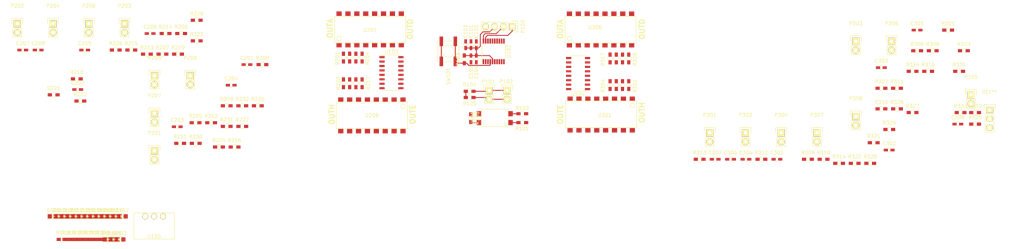
<source format=kicad_pcb>
(kicad_pcb (version 4) (host pcbnew 4.0.2+dfsg1-stable)
  (layers (0 F.Cu signal) (1 In1.Cu power) (2 In2.Cu power) (31 B.Cu mixed) (35 F.Paste user) (37 F.SilkS user) (39 F.Mask user) (44 Edge.Cuts user))
  (net 0 "")
  (net 1 +3V3)
  (net 2 GND)
  (net 3 AC-N)
  (net 4 "Net-(C201-Pad2)")
  (net 5 "Net-(C202-Pad2)")
  (net 6 "Net-(C203-Pad2)")
  (net 7 "Net-(C204-Pad2)")
  (net 8 "Net-(C205-Pad2)")
  (net 9 "Net-(C206-Pad2)")
  (net 10 "Net-(C207-Pad2)")
  (net 11 "Net-(C208-Pad2)")
  (net 12 "Net-(C301-Pad2)")
  (net 13 "Net-(C302-Pad2)")
  (net 14 "Net-(C303-Pad2)")
  (net 15 "Net-(C304-Pad2)")
  (net 16 "Net-(C305-Pad2)")
  (net 17 "Net-(C306-Pad2)")
  (net 18 "Net-(C307-Pad2)")
  (net 19 "Net-(C308-Pad2)")
  (net 20 /I2C_SCL)
  (net 21 /I2C_SDA)
  (net 22 /STM_SWDIO)
  (net 23 /STM_SWCLK)
  (net 24 /Output-BankA/AC_LOAD-A)
  (net 25 AC-H)
  (net 26 /Output-BankA/AC_LOAD-B)
  (net 27 /Output-BankA/AC_LOAD-C)
  (net 28 /Output-BankA/AC_LOAD-D)
  (net 29 /Output-BankB/AC_LOAD-A)
  (net 30 /Output-BankB/AC_LOAD-B)
  (net 31 /Output-BankB/AC_LOAD-C)
  (net 32 /Output-BankB/AC_LOAD-D)
  (net 33 "Net-(R101-Pad1)")
  (net 34 "Net-(R102-Pad1)")
  (net 35 /STM_~RST)
  (net 36 /ZERO_CROSS)
  (net 37 "Net-(R201-Pad1)")
  (net 38 /Output-BankA/OUT-A)
  (net 39 "Net-(R202-Pad1)")
  (net 40 /Output-BankA/OUT-B)
  (net 41 "Net-(R203-Pad1)")
  (net 42 /Output-BankA/OUT-C)
  (net 43 "Net-(R204-Pad1)")
  (net 44 /Output-BankA/OUT-D)
  (net 45 "Net-(R205-Pad1)")
  (net 46 "Net-(R206-Pad1)")
  (net 47 "Net-(R207-Pad1)")
  (net 48 "Net-(R208-Pad1)")
  (net 49 "Net-(R209-Pad2)")
  (net 50 "Net-(R210-Pad2)")
  (net 51 "Net-(R211-Pad2)")
  (net 52 "Net-(R212-Pad2)")
  (net 53 "Net-(R217-Pad1)")
  (net 54 /Output-BankA/OUT-E)
  (net 55 "Net-(R218-Pad1)")
  (net 56 /Output-BankA/OUT-F)
  (net 57 "Net-(R219-Pad1)")
  (net 58 /Output-BankA/OUT-G)
  (net 59 "Net-(R220-Pad1)")
  (net 60 /Output-BankA/OUT-H)
  (net 61 "Net-(R221-Pad1)")
  (net 62 "Net-(R222-Pad1)")
  (net 63 "Net-(R223-Pad1)")
  (net 64 "Net-(R224-Pad1)")
  (net 65 "Net-(R225-Pad2)")
  (net 66 "Net-(R226-Pad2)")
  (net 67 "Net-(R227-Pad2)")
  (net 68 "Net-(R228-Pad2)")
  (net 69 "Net-(R301-Pad1)")
  (net 70 /Output-BankB/OUT-A)
  (net 71 "Net-(R302-Pad1)")
  (net 72 /Output-BankB/OUT-B)
  (net 73 "Net-(R303-Pad1)")
  (net 74 /Output-BankB/OUT-C)
  (net 75 "Net-(R304-Pad1)")
  (net 76 /Output-BankB/OUT-D)
  (net 77 "Net-(R305-Pad1)")
  (net 78 "Net-(R306-Pad1)")
  (net 79 "Net-(R307-Pad1)")
  (net 80 "Net-(R308-Pad1)")
  (net 81 "Net-(R309-Pad2)")
  (net 82 "Net-(R310-Pad2)")
  (net 83 "Net-(R311-Pad2)")
  (net 84 "Net-(R312-Pad2)")
  (net 85 "Net-(R317-Pad1)")
  (net 86 /Output-BankB/OUT-E)
  (net 87 "Net-(R318-Pad1)")
  (net 88 /Output-BankB/OUT-F)
  (net 89 "Net-(R319-Pad1)")
  (net 90 /Output-BankB/OUT-G)
  (net 91 "Net-(R320-Pad1)")
  (net 92 /Output-BankB/OUT-H)
  (net 93 "Net-(R321-Pad1)")
  (net 94 "Net-(R322-Pad1)")
  (net 95 "Net-(R323-Pad1)")
  (net 96 "Net-(R324-Pad1)")
  (net 97 "Net-(R325-Pad2)")
  (net 98 "Net-(R326-Pad2)")
  (net 99 "Net-(R327-Pad2)")
  (net 100 "Net-(R328-Pad2)")
  (net 101 "Net-(U102-Pad2)")
  (net 102 "Net-(U102-Pad3)")
  (net 103 /Shift_SER)
  (net 104 /Shift_SRCLK)
  (net 105 /Shift_~SRCLR)
  (net 106 /Shift_RCLK)
  (net 107 /Shift_~OE)
  (net 108 "Net-(U102-Pad12)")
  (net 109 "Net-(U102-Pad13)")
  (net 110 "Net-(U102-Pad14)")
  (net 111 "Net-(U103-Pad9)")
  (net 112 "Net-(U104-Pad9)")
  (net 113 "Net-(D101-Pad2)")
  (net 114 "Net-(D102-Pad2)")
  (net 115 "Net-(D103-Pad2)")
  (net 116 "Net-(D104-Pad2)")
  (net 117 "Net-(D105-Pad2)")
  (net 118 "Net-(D106-Pad2)")
  (net 119 "Net-(D107-Pad2)")
  (net 120 "Net-(D108-Pad2)")
  (net 121 /+12V_IN)
  (module Capacitors_SMD:C_0603_HandSoldering (layer F.Cu) (at 112.903 -42.545 90)
    (fp_text reference C101 (at 3.81 0 90) (layer F.SilkS))
    (fp_text value 100nF hide)
    (pad 1 smd rect (at -0.95 0 90) (size 1.2 0.75) (layers F.Cu F.Paste F.Mask) (net 1 +3V3))
    (pad 2 smd rect (at 0.95 0 90) (size 1.2 0.75) (layers F.Cu F.Paste F.Mask) (net 2 GND))
  )
  (module Capacitors_SMD:C_0603_HandSoldering (layer F.Cu) (at 112.903 -38.481 270)
    (fp_text reference C102 (at 3.81 0 270) (layer F.SilkS))
    (fp_text value 10nF)
    (pad 1 smd rect (at -0.95 0 270) (size 1.2 0.75) (layers F.Cu F.Paste F.Mask) (net 1 +3V3))
    (pad 2 smd rect (at 0.95 0 270) (size 1.2 0.75) (layers F.Cu F.Paste F.Mask) (net 2 GND))
  )
  (module Capacitors_SMD:C_0603_HandSoldering (layer F.Cu) (at 111.379 -42.545 90)
    (fp_text reference C103 (at 3.81 0 90) (layer F.SilkS))
    (fp_text value 100nF)
    (pad 1 smd rect (at -0.95 0 90) (size 1.2 0.75) (layers F.Cu F.Paste F.Mask) (net 1 +3V3))
    (pad 2 smd rect (at 0.95 0 90) (size 1.2 0.75) (layers F.Cu F.Paste F.Mask) (net 2 GND))
  )
  (module Capacitors_SMD:C_0603_HandSoldering (layer F.Cu) (at 114.427 -38.481 270)
    (fp_text reference C104 (at 3.81 0 270) (layer F.SilkS))
    (fp_text value 1uF)
    (pad 1 smd rect (at -0.95 0 270) (size 1.2 0.75) (layers F.Cu F.Paste F.Mask) (net 1 +3V3))
    (pad 2 smd rect (at 0.95 0 270) (size 1.2 0.75) (layers F.Cu F.Paste F.Mask) (net 2 GND))
  )
  (module Capacitors_SMD:C_0603_HandSoldering (layer F.Cu) (at 114.427 -42.545 90)
    (fp_text reference C105 (at 3.81 0 90) (layer F.SilkS))
    (fp_text value 4.7uF)
    (pad 1 smd rect (at -0.95 0 90) (size 1.2 0.75) (layers F.Cu F.Paste F.Mask) (net 1 +3V3))
    (pad 2 smd rect (at 0.95 0 90) (size 1.2 0.75) (layers F.Cu F.Paste F.Mask) (net 2 GND))
  )
  (module Capacitors_SMD:C_0603_HandSoldering (layer F.Cu) (at 48.879571 -36.853)
    (fp_text reference C201 (at 0 -1.9) (layer F.SilkS))
    (fp_text value 22nF)
    (pad 1 smd rect (at -0.95 0) (size 1.2 0.75) (layers F.Cu F.Paste F.Mask) (net 3 AC-N))
    (pad 2 smd rect (at 0.95 0) (size 1.2 0.75) (layers F.Cu F.Paste F.Mask) (net 4 "Net-(C201-Pad2)"))
  )
  (module Capacitors_SMD:C_0603_HandSoldering (layer F.Cu) (at 0.508 -29.718)
    (fp_text reference C202 (at 0 -1.9) (layer F.SilkS))
    (fp_text value 22nF)
    (pad 1 smd rect (at -0.95 0) (size 1.2 0.75) (layers F.Cu F.Paste F.Mask) (net 3 AC-N))
    (pad 2 smd rect (at 0.95 0) (size 1.2 0.75) (layers F.Cu F.Paste F.Mask) (net 5 "Net-(C202-Pad2)"))
  )
  (module Capacitors_SMD:C_0603_HandSoldering (layer F.Cu) (at 28.956 -19.05)
    (fp_text reference C203 (at 0 -1.9) (layer F.SilkS))
    (fp_text value 22nF)
    (pad 1 smd rect (at -0.95 0) (size 1.2 0.75) (layers F.Cu F.Paste F.Mask) (net 3 AC-N))
    (pad 2 smd rect (at 0.95 0) (size 1.2 0.75) (layers F.Cu F.Paste F.Mask) (net 6 "Net-(C203-Pad2)"))
  )
  (module Capacitors_SMD:C_0603_HandSoldering (layer F.Cu) (at 44.379571 -30.953)
    (fp_text reference C204 (at 0 -1.9) (layer F.SilkS))
    (fp_text value 22nF)
    (pad 1 smd rect (at -0.95 0) (size 1.2 0.75) (layers F.Cu F.Paste F.Mask) (net 3 AC-N))
    (pad 2 smd rect (at 0.95 0) (size 1.2 0.75) (layers F.Cu F.Paste F.Mask) (net 7 "Net-(C204-Pad2)"))
  )
  (module Capacitors_SMD:C_0603_HandSoldering (layer F.Cu) (at 2.509571 -41.021)
    (fp_text reference C205 (at 0 -1.9) (layer F.SilkS))
    (fp_text value 22nF)
    (pad 1 smd rect (at -0.95 0) (size 1.2 0.75) (layers F.Cu F.Paste F.Mask) (net 3 AC-N))
    (pad 2 smd rect (at 0.95 0) (size 1.2 0.75) (layers F.Cu F.Paste F.Mask) (net 8 "Net-(C205-Pad2)"))
  )
  (module Capacitors_SMD:C_0603_HandSoldering (layer F.Cu) (at 21.199571 -45.751)
    (fp_text reference C206 (at 0 -1.9) (layer F.SilkS))
    (fp_text value 22nF)
    (pad 1 smd rect (at -0.95 0) (size 1.2 0.75) (layers F.Cu F.Paste F.Mask) (net 3 AC-N))
    (pad 2 smd rect (at 0.95 0) (size 1.2 0.75) (layers F.Cu F.Paste F.Mask) (net 9 "Net-(C206-Pad2)"))
  )
  (module Capacitors_SMD:C_0603_HandSoldering (layer F.Cu) (at -15.190429 -41.021)
    (fp_text reference C207 (at 0 -1.9) (layer F.SilkS))
    (fp_text value 22nF)
    (pad 1 smd rect (at -0.95 0) (size 1.2 0.75) (layers F.Cu F.Paste F.Mask) (net 3 AC-N))
    (pad 2 smd rect (at 0.95 0) (size 1.2 0.75) (layers F.Cu F.Paste F.Mask) (net 10 "Net-(C207-Pad2)"))
  )
  (module Capacitors_SMD:C_0603_HandSoldering (layer F.Cu) (at -10.790429 -41.021)
    (fp_text reference C208 (at 0 -1.9) (layer F.SilkS))
    (fp_text value 22nF)
    (pad 1 smd rect (at -0.95 0) (size 1.2 0.75) (layers F.Cu F.Paste F.Mask) (net 3 AC-N))
    (pad 2 smd rect (at 0.95 0) (size 1.2 0.75) (layers F.Cu F.Paste F.Mask) (net 11 "Net-(C208-Pad2)"))
  )
  (module Capacitors_SMD:C_0603_HandSoldering (layer F.Cu) (at 200.325571 -9.747)
    (fp_text reference C301 (at 0 -1.9) (layer F.SilkS))
    (fp_text value 22nF)
    (pad 1 smd rect (at -0.95 0) (size 1.2 0.75) (layers F.Cu F.Paste F.Mask) (net 3 AC-N))
    (pad 2 smd rect (at 0.95 0) (size 1.2 0.75) (layers F.Cu F.Paste F.Mask) (net 12 "Net-(C301-Pad2)"))
  )
  (module Capacitors_SMD:C_0603_HandSoldering (layer F.Cu) (at 232.415571 -12.377)
    (fp_text reference C302 (at 0 -1.9) (layer F.SilkS))
    (fp_text value 22nF)
    (pad 1 smd rect (at -0.95 0) (size 1.2 0.75) (layers F.Cu F.Paste F.Mask) (net 3 AC-N))
    (pad 2 smd rect (at 0.95 0) (size 1.2 0.75) (layers F.Cu F.Paste F.Mask) (net 13 "Net-(C302-Pad2)"))
  )
  (module Capacitors_SMD:C_0603_HandSoldering (layer F.Cu) (at 230.175571 -35.977)
    (fp_text reference C303 (at 0 -1.9) (layer F.SilkS))
    (fp_text value 22nF)
    (pad 1 smd rect (at -0.95 0) (size 1.2 0.75) (layers F.Cu F.Paste F.Mask) (net 3 AC-N))
    (pad 2 smd rect (at 0.95 0) (size 1.2 0.75) (layers F.Cu F.Paste F.Mask) (net 14 "Net-(C303-Pad2)"))
  )
  (module Capacitors_SMD:C_0603_HandSoldering (layer F.Cu) (at 191.475571 -9.747)
    (fp_text reference C304 (at 0 -1.9) (layer F.SilkS))
    (fp_text value 22nF)
    (pad 1 smd rect (at -0.95 0) (size 1.2 0.75) (layers F.Cu F.Paste F.Mask) (net 3 AC-N))
    (pad 2 smd rect (at 0.95 0) (size 1.2 0.75) (layers F.Cu F.Paste F.Mask) (net 15 "Net-(C304-Pad2)"))
  )
  (module Capacitors_SMD:C_0603_HandSoldering (layer F.Cu) (at 240.385571 -46.727)
    (fp_text reference C305 (at 0 -1.9) (layer F.SilkS))
    (fp_text value 22nF)
    (pad 1 smd rect (at -0.95 0) (size 1.2 0.75) (layers F.Cu F.Paste F.Mask) (net 3 AC-N))
    (pad 2 smd rect (at 0.95 0) (size 1.2 0.75) (layers F.Cu F.Paste F.Mask) (net 16 "Net-(C305-Pad2)"))
  )
  (module Capacitors_SMD:C_0603_HandSoldering (layer F.Cu) (at 187.075571 -9.747)
    (fp_text reference C306 (at 0 -1.9) (layer F.SilkS))
    (fp_text value 22nF)
    (pad 1 smd rect (at -0.95 0) (size 1.2 0.75) (layers F.Cu F.Paste F.Mask) (net 3 AC-N))
    (pad 2 smd rect (at 0.95 0) (size 1.2 0.75) (layers F.Cu F.Paste F.Mask) (net 17 "Net-(C306-Pad2)"))
  )
  (module Capacitors_SMD:C_0603_HandSoldering (layer F.Cu) (at 182.675571 -9.747)
    (fp_text reference C307 (at 0 -1.9) (layer F.SilkS))
    (fp_text value 22nF)
    (pad 1 smd rect (at -0.95 0) (size 1.2 0.75) (layers F.Cu F.Paste F.Mask) (net 3 AC-N))
    (pad 2 smd rect (at 0.95 0) (size 1.2 0.75) (layers F.Cu F.Paste F.Mask) (net 18 "Net-(C307-Pad2)"))
  )
  (module Capacitors_SMD:C_0603_HandSoldering (layer F.Cu) (at 252.034 -19.812)
    (fp_text reference C308 (at 0 -1.9) (layer F.SilkS))
    (fp_text value 22nF)
    (pad 1 smd rect (at -0.95 0) (size 1.2 0.75) (layers F.Cu F.Paste F.Mask) (net 3 AC-N))
    (pad 2 smd rect (at 0.95 0) (size 1.2 0.75) (layers F.Cu F.Paste F.Mask) (net 19 "Net-(C308-Pad2)"))
  )
  (module Pin_Headers:Pin_Header_Straight_1x02 (layer F.Cu) (at 118.11 -29.464)
    (fp_text reference P101 (at -0.254 -2.54) (layer F.SilkS))
    (fp_text value CONN_01X02 hide)
    (pad 1 thru_hole rect (at 0 0) (size 2.032 2.032) (drill 1.016) (layers *.Cu *.Mask F.SilkS) (net 20 /I2C_SCL))
    (pad 2 thru_hole oval (at 0 2.54) (size 2.032 2.032) (drill 1.016) (layers *.Cu *.Mask F.SilkS) (net 21 /I2C_SDA))
  )
  (module Pin_Headers:Pin_Header_Straight_1x02 (layer F.Cu) (at 123.19 -29.464)
    (fp_text reference P102 (at -0.254 -2.54) (layer F.SilkS))
    (fp_text value CONN_01X02 hide)
    (pad 1 thru_hole rect (at 0 0) (size 2.032 2.032) (drill 1.016) (layers *.Cu *.Mask F.SilkS) (net 20 /I2C_SCL))
    (pad 2 thru_hole oval (at 0 2.54) (size 2.032 2.032) (drill 1.016) (layers *.Cu *.Mask F.SilkS) (net 21 /I2C_SDA))
  )
  (module Pin_Headers:Pin_Header_Straight_1x04 (layer F.Cu) (at 124.714 -47.752 270)
    (fp_text reference P103 (at 0 -3.048 270) (layer F.SilkS))
    (fp_text value CONN_01X04)
    (pad 1 thru_hole rect (at 0 0 270) (size 2.032 1.7272) (drill 1.016) (layers *.Cu *.Mask F.SilkS) (net 22 /STM_SWDIO))
    (pad 2 thru_hole oval (at 0 2.54 270) (size 2.032 1.7272) (drill 1.016) (layers *.Cu *.Mask F.SilkS) (net 23 /STM_SWCLK))
    (pad 3 thru_hole oval (at 0 5.08 270) (size 2.032 1.7272) (drill 1.016) (layers *.Cu *.Mask F.SilkS) (net 1 +3V3))
    (pad 4 thru_hole oval (at 0 7.62 270) (size 2.032 1.7272) (drill 1.016) (layers *.Cu *.Mask F.SilkS) (net 2 GND))
  )
  (module Pin_Headers:Pin_Header_Straight_1x02 (layer F.Cu) (at 22.464333 -12.153)
    (fp_text reference P201 (at 0 -5.1) (layer F.SilkS))
    (fp_text value CONN_01X02)
    (pad 1 thru_hole rect (at 0 0) (size 2.032 2.032) (drill 1.016) (layers *.Cu *.Mask F.SilkS) (net 24 /Output-BankA/AC_LOAD-A))
    (pad 2 thru_hole oval (at 0 2.54) (size 2.032 2.032) (drill 1.016) (layers *.Cu *.Mask F.SilkS) (net 25 AC-H))
  )
  (module Pin_Headers:Pin_Header_Straight_1x02 (layer F.Cu) (at -16.735667 -48.571)
    (fp_text reference P202 (at 0 -5.1) (layer F.SilkS))
    (fp_text value CONN_01X02)
    (pad 1 thru_hole rect (at 0 0) (size 2.032 2.032) (drill 1.016) (layers *.Cu *.Mask F.SilkS) (net 26 /Output-BankA/AC_LOAD-B))
    (pad 2 thru_hole oval (at 0 2.54) (size 2.032 2.032) (drill 1.016) (layers *.Cu *.Mask F.SilkS) (net 25 AC-H))
  )
  (module Pin_Headers:Pin_Header_Straight_1x02 (layer F.Cu) (at 13.894333 -48.571)
    (fp_text reference P203 (at 0 -5.1) (layer F.SilkS))
    (fp_text value CONN_01X02)
    (pad 1 thru_hole rect (at 0 0) (size 2.032 2.032) (drill 1.016) (layers *.Cu *.Mask F.SilkS) (net 27 /Output-BankA/AC_LOAD-C))
    (pad 2 thru_hole oval (at 0 2.54) (size 2.032 2.032) (drill 1.016) (layers *.Cu *.Mask F.SilkS) (net 25 AC-H))
  )
  (module Pin_Headers:Pin_Header_Straight_1x02 (layer F.Cu) (at -6.525667 -48.571)
    (fp_text reference P204 (at 0 -5.1) (layer F.SilkS))
    (fp_text value CONN_01X02)
    (pad 1 thru_hole rect (at 0 0) (size 2.032 2.032) (drill 1.016) (layers *.Cu *.Mask F.SilkS) (net 28 /Output-BankA/AC_LOAD-D))
    (pad 2 thru_hole oval (at 0 2.54) (size 2.032 2.032) (drill 1.016) (layers *.Cu *.Mask F.SilkS) (net 25 AC-H))
  )
  (module Pin_Headers:Pin_Header_Straight_1x02 (layer F.Cu) (at 22.464333 -33.653)
    (fp_text reference P205 (at 0 -5.1) (layer F.SilkS))
    (fp_text value CONN_01X02)
    (pad 1 thru_hole rect (at 0 0) (size 2.032 2.032) (drill 1.016) (layers *.Cu *.Mask F.SilkS) (net 24 /Output-BankA/AC_LOAD-A))
    (pad 2 thru_hole oval (at 0 2.54) (size 2.032 2.032) (drill 1.016) (layers *.Cu *.Mask F.SilkS) (net 25 AC-H))
  )
  (module Pin_Headers:Pin_Header_Straight_1x02 (layer F.Cu) (at 3.684333 -48.571)
    (fp_text reference P206 (at 0 -5.1) (layer F.SilkS))
    (fp_text value CONN_01X02)
    (pad 1 thru_hole rect (at 0 0) (size 2.032 2.032) (drill 1.016) (layers *.Cu *.Mask F.SilkS) (net 26 /Output-BankA/AC_LOAD-B))
    (pad 2 thru_hole oval (at 0 2.54) (size 2.032 2.032) (drill 1.016) (layers *.Cu *.Mask F.SilkS) (net 25 AC-H))
  )
  (module Pin_Headers:Pin_Header_Straight_1x02 (layer F.Cu) (at 22.464333 -22.903)
    (fp_text reference P207 (at 0 -5.1) (layer F.SilkS))
    (fp_text value CONN_01X02)
    (pad 1 thru_hole rect (at 0 0) (size 2.032 2.032) (drill 1.016) (layers *.Cu *.Mask F.SilkS) (net 27 /Output-BankA/AC_LOAD-C))
    (pad 2 thru_hole oval (at 0 2.54) (size 2.032 2.032) (drill 1.016) (layers *.Cu *.Mask F.SilkS) (net 25 AC-H))
  )
  (module Pin_Headers:Pin_Header_Straight_1x02 (layer F.Cu) (at 32.674333 -33.653)
    (fp_text reference P208 (at 0 -5.1) (layer F.SilkS))
    (fp_text value CONN_01X02)
    (pad 1 thru_hole rect (at 0 0) (size 2.032 2.032) (drill 1.016) (layers *.Cu *.Mask F.SilkS) (net 28 /Output-BankA/AC_LOAD-D))
    (pad 2 thru_hole oval (at 0 2.54) (size 2.032 2.032) (drill 1.016) (layers *.Cu *.Mask F.SilkS) (net 25 AC-H))
  )
  (module Pin_Headers:Pin_Header_Straight_1x02 (layer F.Cu) (at 181.130333 -17.297)
    (fp_text reference P301 (at 0 -5.1) (layer F.SilkS))
    (fp_text value CONN_01X02)
    (pad 1 thru_hole rect (at 0 0) (size 2.032 2.032) (drill 1.016) (layers *.Cu *.Mask F.SilkS) (net 29 /Output-BankB/AC_LOAD-A))
    (pad 2 thru_hole oval (at 0 2.54) (size 2.032 2.032) (drill 1.016) (layers *.Cu *.Mask F.SilkS) (net 25 AC-H))
  )
  (module Pin_Headers:Pin_Header_Straight_1x02 (layer F.Cu) (at 191.340333 -17.297)
    (fp_text reference P302 (at 0 -5.1) (layer F.SilkS))
    (fp_text value CONN_01X02)
    (pad 1 thru_hole rect (at 0 0) (size 2.032 2.032) (drill 1.016) (layers *.Cu *.Mask F.SilkS) (net 30 /Output-BankB/AC_LOAD-B))
    (pad 2 thru_hole oval (at 0 2.54) (size 2.032 2.032) (drill 1.016) (layers *.Cu *.Mask F.SilkS) (net 25 AC-H))
  )
  (module Pin_Headers:Pin_Header_Straight_1x02 (layer F.Cu) (at 222.870333 -43.527)
    (fp_text reference P303 (at 0 -5.1) (layer F.SilkS))
    (fp_text value CONN_01X02)
    (pad 1 thru_hole rect (at 0 0) (size 2.032 2.032) (drill 1.016) (layers *.Cu *.Mask F.SilkS) (net 31 /Output-BankB/AC_LOAD-C))
    (pad 2 thru_hole oval (at 0 2.54) (size 2.032 2.032) (drill 1.016) (layers *.Cu *.Mask F.SilkS) (net 25 AC-H))
  )
  (module Pin_Headers:Pin_Header_Straight_1x02 (layer F.Cu) (at 201.550333 -17.297)
    (fp_text reference P304 (at 0 -5.1) (layer F.SilkS))
    (fp_text value CONN_01X02)
    (pad 1 thru_hole rect (at 0 0) (size 2.032 2.032) (drill 1.016) (layers *.Cu *.Mask F.SilkS) (net 32 /Output-BankB/AC_LOAD-D))
    (pad 2 thru_hole oval (at 0 2.54) (size 2.032 2.032) (drill 1.016) (layers *.Cu *.Mask F.SilkS) (net 25 AC-H))
  )
  (module Pin_Headers:Pin_Header_Straight_1x02 (layer F.Cu) (at 255.778 -28.194)
    (fp_text reference P305 (at 0 -5.1) (layer F.SilkS))
    (fp_text value CONN_01X02)
    (pad 1 thru_hole rect (at 0 0) (size 2.032 2.032) (drill 1.016) (layers *.Cu *.Mask F.SilkS) (net 29 /Output-BankB/AC_LOAD-A))
    (pad 2 thru_hole oval (at 0 2.54) (size 2.032 2.032) (drill 1.016) (layers *.Cu *.Mask F.SilkS) (net 25 AC-H))
  )
  (module Pin_Headers:Pin_Header_Straight_1x02 (layer F.Cu) (at 233.080333 -43.527)
    (fp_text reference P306 (at 0 -5.1) (layer F.SilkS))
    (fp_text value CONN_01X02)
    (pad 1 thru_hole rect (at 0 0) (size 2.032 2.032) (drill 1.016) (layers *.Cu *.Mask F.SilkS) (net 30 /Output-BankB/AC_LOAD-B))
    (pad 2 thru_hole oval (at 0 2.54) (size 2.032 2.032) (drill 1.016) (layers *.Cu *.Mask F.SilkS) (net 25 AC-H))
  )
  (module Pin_Headers:Pin_Header_Straight_1x02 (layer F.Cu) (at 211.760333 -17.297)
    (fp_text reference P307 (at 0 -5.1) (layer F.SilkS))
    (fp_text value CONN_01X02)
    (pad 1 thru_hole rect (at 0 0) (size 2.032 2.032) (drill 1.016) (layers *.Cu *.Mask F.SilkS) (net 31 /Output-BankB/AC_LOAD-C))
    (pad 2 thru_hole oval (at 0 2.54) (size 2.032 2.032) (drill 1.016) (layers *.Cu *.Mask F.SilkS) (net 25 AC-H))
  )
  (module Pin_Headers:Pin_Header_Straight_1x02 (layer F.Cu) (at 222.870333 -22.027)
    (fp_text reference P308 (at 0 -5.1) (layer F.SilkS))
    (fp_text value CONN_01X02)
    (pad 1 thru_hole rect (at 0 0) (size 2.032 2.032) (drill 1.016) (layers *.Cu *.Mask F.SilkS) (net 32 /Output-BankB/AC_LOAD-D))
    (pad 2 thru_hole oval (at 0 2.54) (size 2.032 2.032) (drill 1.016) (layers *.Cu *.Mask F.SilkS) (net 25 AC-H))
  )
  (module Resistors_SMD:R_0603_HandSoldering (layer F.Cu) (at 127.563358 -20.243904)
    (fp_text reference R101 (at -0.055358 1.701904) (layer F.SilkS))
    (fp_text value 16K)
    (pad 1 smd rect (at -1.1 0) (size 1.2 0.9) (layers F.Cu F.Paste F.Mask) (net 33 "Net-(R101-Pad1)"))
    (pad 2 smd rect (at 1.1 0) (size 1.2 0.9) (layers F.Cu F.Paste F.Mask) (net 25 AC-H))
  )
  (module Resistors_SMD:R_0603_HandSoldering (layer F.Cu) (at 127.563358 -22.783904)
    (fp_text reference R102 (at 0 -1.600096) (layer F.SilkS))
    (fp_text value 16K hide)
    (pad 1 smd rect (at -1.1 0) (size 1.2 0.9) (layers F.Cu F.Paste F.Mask) (net 34 "Net-(R102-Pad1)"))
    (pad 2 smd rect (at 1.1 0) (size 1.2 0.9) (layers F.Cu F.Paste F.Mask) (net 3 AC-N))
  )
  (module Resistors_SMD:R_0603_HandSoldering (layer F.Cu) (at 110.998 -38.354 270)
    (fp_text reference R103 (at 0 1.778 270) (layer F.SilkS))
    (fp_text value 10K)
    (pad 1 smd rect (at -1.1 0 270) (size 1.2 0.9) (layers F.Cu F.Paste F.Mask) (net 1 +3V3))
    (pad 2 smd rect (at 1.1 0 270) (size 1.2 0.9) (layers F.Cu F.Paste F.Mask) (net 35 /STM_~RST))
  )
  (module Resistors_SMD:R_0603_HandSoldering (layer F.Cu) (at 112.522 -29.21)
    (fp_text reference R104 (at 0 -1.9) (layer F.SilkS))
    (fp_text value 2K)
    (pad 1 smd rect (at -1.1 0) (size 1.2 0.9) (layers F.Cu F.Paste F.Mask) (net 1 +3V3))
    (pad 2 smd rect (at 1.1 0) (size 1.2 0.9) (layers F.Cu F.Paste F.Mask) (net 20 /I2C_SCL))
  )
  (module Resistors_SMD:R_0603_HandSoldering (layer F.Cu) (at 112.522 -27.432)
    (fp_text reference R105 (at 0 1.778) (layer F.SilkS))
    (fp_text value 2K)
    (pad 1 smd rect (at -1.1 0) (size 1.2 0.9) (layers F.Cu F.Paste F.Mask) (net 1 +3V3))
    (pad 2 smd rect (at 1.1 0) (size 1.2 0.9) (layers F.Cu F.Paste F.Mask) (net 21 /I2C_SDA))
  )
  (module Resistors_SMD:R_0603_HandSoldering (layer F.Cu) (at 112.831358 -21.513904 270)
    (fp_text reference R106 (at 0 -1.9 270) (layer F.SilkS))
    (fp_text value 2K)
    (pad 1 smd rect (at -1.1 0 270) (size 1.2 0.9) (layers F.Cu F.Paste F.Mask) (net 1 +3V3))
    (pad 2 smd rect (at 1.1 0 270) (size 1.2 0.9) (layers F.Cu F.Paste F.Mask) (net 36 /ZERO_CROSS))
  )
  (module Resistors_SMD:R_0603_HandSoldering (layer F.Cu) (at 76.454 -38.862 270)
    (fp_text reference R201 (at 0.254 1.778 270) (layer F.SilkS))
    (fp_text value 660)
    (pad 1 smd rect (at -1.1 0 270) (size 1.2 0.9) (layers F.Cu F.Paste F.Mask) (net 37 "Net-(R201-Pad1)"))
    (pad 2 smd rect (at 1.1 0 270) (size 1.2 0.9) (layers F.Cu F.Paste F.Mask) (net 38 /Output-BankA/OUT-A))
  )
  (module Resistors_SMD:R_0603_HandSoldering (layer F.Cu) (at 78.232 -38.862 270)
    (fp_text reference R202 hide)
    (fp_text value 660 hide)
    (pad 1 smd rect (at -1.1 0 270) (size 1.2 0.9) (layers F.Cu F.Paste F.Mask) (net 39 "Net-(R202-Pad1)"))
    (pad 2 smd rect (at 1.1 0 270) (size 1.2 0.9) (layers F.Cu F.Paste F.Mask) (net 40 /Output-BankA/OUT-B))
  )
  (module Resistors_SMD:R_0603_HandSoldering (layer F.Cu) (at 80.01 -38.862 270)
    (fp_text reference R203 hide)
    (fp_text value 660 hide)
    (pad 1 smd rect (at -1.1 0 270) (size 1.2 0.9) (layers F.Cu F.Paste F.Mask) (net 41 "Net-(R203-Pad1)"))
    (pad 2 smd rect (at 1.1 0 270) (size 1.2 0.9) (layers F.Cu F.Paste F.Mask) (net 42 /Output-BankA/OUT-C))
  )
  (module Resistors_SMD:R_0603_HandSoldering (layer F.Cu) (at 81.788 -38.862 270)
    (fp_text reference R204 (at 0.254 -1.524 270) (layer F.SilkS))
    (fp_text value 660 hide)
    (pad 1 smd rect (at -1.1 0 270) (size 1.2 0.9) (layers F.Cu F.Paste F.Mask) (net 43 "Net-(R204-Pad1)"))
    (pad 2 smd rect (at 1.1 0 270) (size 1.2 0.9) (layers F.Cu F.Paste F.Mask) (net 44 /Output-BankA/OUT-D))
  )
  (module Resistors_SMD:R_0603_HandSoldering (layer F.Cu) (at 34.191001 -20.203)
    (fp_text reference R205 (at 0 -1.9) (layer F.SilkS))
    (fp_text value 56)
    (pad 1 smd rect (at -1.1 0) (size 1.2 0.9) (layers F.Cu F.Paste F.Mask) (net 45 "Net-(R205-Pad1)"))
    (pad 2 smd rect (at 1.1 0) (size 1.2 0.9) (layers F.Cu F.Paste F.Mask) (net 3 AC-N))
  )
  (module Resistors_SMD:R_0603_HandSoldering (layer F.Cu) (at 30.071001 -45.751)
    (fp_text reference R206 (at 0 -1.9) (layer F.SilkS))
    (fp_text value 56)
    (pad 1 smd rect (at -1.1 0) (size 1.2 0.9) (layers F.Cu F.Paste F.Mask) (net 46 "Net-(R206-Pad1)"))
    (pad 2 smd rect (at 1.1 0) (size 1.2 0.9) (layers F.Cu F.Paste F.Mask) (net 3 AC-N))
  )
  (module Resistors_SMD:R_0603_HandSoldering (layer F.Cu) (at 24.731001 -39.851)
    (fp_text reference R207 (at 0 -1.9) (layer F.SilkS))
    (fp_text value 56)
    (pad 1 smd rect (at -1.1 0) (size 1.2 0.9) (layers F.Cu F.Paste F.Mask) (net 47 "Net-(R207-Pad1)"))
    (pad 2 smd rect (at 1.1 0) (size 1.2 0.9) (layers F.Cu F.Paste F.Mask) (net 3 AC-N))
  )
  (module Resistors_SMD:R_0603_HandSoldering (layer F.Cu) (at 53.301001 -36.853)
    (fp_text reference R208 (at 0 -1.9) (layer F.SilkS))
    (fp_text value 56)
    (pad 1 smd rect (at -1.1 0) (size 1.2 0.9) (layers F.Cu F.Paste F.Mask) (net 48 "Net-(R208-Pad1)"))
    (pad 2 smd rect (at 1.1 0) (size 1.2 0.9) (layers F.Cu F.Paste F.Mask) (net 3 AC-N))
  )
  (module Resistors_SMD:R_0603_HandSoldering (layer F.Cu) (at 43.091001 -25.053)
    (fp_text reference R209 (at 0 -1.9) (layer F.SilkS))
    (fp_text value 56)
    (pad 1 smd rect (at -1.1 0) (size 1.2 0.9) (layers F.Cu F.Paste F.Mask) (net 4 "Net-(C201-Pad2)"))
    (pad 2 smd rect (at 1.1 0) (size 1.2 0.9) (layers F.Cu F.Paste F.Mask) (net 49 "Net-(R209-Pad2)"))
  )
  (module Resistors_SMD:R_0603_HandSoldering (layer F.Cu) (at 0.254 -32.766)
    (fp_text reference R210 (at 0 -1.9) (layer F.SilkS))
    (fp_text value 56)
    (pad 1 smd rect (at -1.1 0) (size 1.2 0.9) (layers F.Cu F.Paste F.Mask) (net 5 "Net-(C202-Pad2)"))
    (pad 2 smd rect (at 1.1 0) (size 1.2 0.9) (layers F.Cu F.Paste F.Mask) (net 50 "Net-(R210-Pad2)"))
  )
  (module Resistors_SMD:R_0603_HandSoldering (layer F.Cu) (at 29.791001 -14.303)
    (fp_text reference R211 (at 0 -1.9) (layer F.SilkS))
    (fp_text value 56)
    (pad 1 smd rect (at -1.1 0) (size 1.2 0.9) (layers F.Cu F.Paste F.Mask) (net 6 "Net-(C203-Pad2)"))
    (pad 2 smd rect (at 1.1 0) (size 1.2 0.9) (layers F.Cu F.Paste F.Mask) (net 51 "Net-(R211-Pad2)"))
  )
  (module Resistors_SMD:R_0603_HandSoldering (layer F.Cu) (at 38.641001 -20.203)
    (fp_text reference R212 (at 0 -1.9) (layer F.SilkS))
    (fp_text value 56)
    (pad 1 smd rect (at -1.1 0) (size 1.2 0.9) (layers F.Cu F.Paste F.Mask) (net 7 "Net-(C204-Pad2)"))
    (pad 2 smd rect (at 1.1 0) (size 1.2 0.9) (layers F.Cu F.Paste F.Mask) (net 52 "Net-(R212-Pad2)"))
  )
  (module Resistors_SMD:R_0603_HandSoldering (layer F.Cu) (at 20.281001 -39.851)
    (fp_text reference R213 (at 0 -1.9) (layer F.SilkS))
    (fp_text value 56)
    (pad 1 smd rect (at -1.1 0) (size 1.2 0.9) (layers F.Cu F.Paste F.Mask) (net 24 /Output-BankA/AC_LOAD-A))
    (pad 2 smd rect (at 1.1 0) (size 1.2 0.9) (layers F.Cu F.Paste F.Mask) (net 4 "Net-(C201-Pad2)"))
  )
  (module Resistors_SMD:R_0603_HandSoldering (layer F.Cu) (at 25.621001 -45.751)
    (fp_text reference R214 (at 0 -1.9) (layer F.SilkS))
    (fp_text value 56)
    (pad 1 smd rect (at -1.1 0) (size 1.2 0.9) (layers F.Cu F.Paste F.Mask) (net 26 /Output-BankA/AC_LOAD-B))
    (pad 2 smd rect (at 1.1 0) (size 1.2 0.9) (layers F.Cu F.Paste F.Mask) (net 5 "Net-(C202-Pad2)"))
  )
  (module Resistors_SMD:R_0603_HandSoldering (layer F.Cu) (at 15.831001 -41.021)
    (fp_text reference R215 (at 0 -1.9) (layer F.SilkS))
    (fp_text value 56)
    (pad 1 smd rect (at -1.1 0) (size 1.2 0.9) (layers F.Cu F.Paste F.Mask) (net 27 /Output-BankA/AC_LOAD-C))
    (pad 2 smd rect (at 1.1 0) (size 1.2 0.9) (layers F.Cu F.Paste F.Mask) (net 6 "Net-(C203-Pad2)"))
  )
  (module Resistors_SMD:R_0603_HandSoldering (layer F.Cu) (at 45.331001 -13.253)
    (fp_text reference R216 (at 0 -1.9) (layer F.SilkS))
    (fp_text value 56)
    (pad 1 smd rect (at -1.1 0) (size 1.2 0.9) (layers F.Cu F.Paste F.Mask) (net 28 /Output-BankA/AC_LOAD-D))
    (pad 2 smd rect (at 1.1 0) (size 1.2 0.9) (layers F.Cu F.Paste F.Mask) (net 7 "Net-(C204-Pad2)"))
  )
  (module Resistors_SMD:R_0603_HandSoldering (layer F.Cu) (at 81.788 -31.496 90)
    (fp_text reference R217 (at 0 1.778 90) (layer F.SilkS))
    (fp_text value 660)
    (pad 1 smd rect (at -1.1 0 90) (size 1.2 0.9) (layers F.Cu F.Paste F.Mask) (net 53 "Net-(R217-Pad1)"))
    (pad 2 smd rect (at 1.1 0 90) (size 1.2 0.9) (layers F.Cu F.Paste F.Mask) (net 54 /Output-BankA/OUT-E))
  )
  (module Resistors_SMD:R_0603_HandSoldering (layer F.Cu) (at 80.01 -31.496 90)
    (fp_text reference R218 hide)
    (fp_text value 660 hide)
    (pad 1 smd rect (at -1.1 0 90) (size 1.2 0.9) (layers F.Cu F.Paste F.Mask) (net 55 "Net-(R218-Pad1)"))
    (pad 2 smd rect (at 1.1 0 90) (size 1.2 0.9) (layers F.Cu F.Paste F.Mask) (net 56 /Output-BankA/OUT-F))
  )
  (module Resistors_SMD:R_0603_HandSoldering (layer F.Cu) (at 78.232 -31.496 90)
    (fp_text reference R219 hide)
    (fp_text value 660 hide)
    (pad 1 smd rect (at -1.1 0 90) (size 1.2 0.9) (layers F.Cu F.Paste F.Mask) (net 57 "Net-(R219-Pad1)"))
    (pad 2 smd rect (at 1.1 0 90) (size 1.2 0.9) (layers F.Cu F.Paste F.Mask) (net 58 /Output-BankA/OUT-G))
  )
  (module Resistors_SMD:R_0603_HandSoldering (layer F.Cu) (at 76.454 -31.496 90)
    (fp_text reference R220 (at 0 -1.524 90) (layer F.SilkS))
    (fp_text value 660 hide)
    (pad 1 smd rect (at -1.1 0 90) (size 1.2 0.9) (layers F.Cu F.Paste F.Mask) (net 59 "Net-(R220-Pad1)"))
    (pad 2 smd rect (at 1.1 0 90) (size 1.2 0.9) (layers F.Cu F.Paste F.Mask) (net 60 /Output-BankA/OUT-H))
  )
  (module Resistors_SMD:R_0603_HandSoldering (layer F.Cu) (at -6.35 -28.194)
    (fp_text reference R221 (at 0 -1.9) (layer F.SilkS))
    (fp_text value 56)
    (pad 1 smd rect (at -1.1 0) (size 1.2 0.9) (layers F.Cu F.Paste F.Mask) (net 61 "Net-(R221-Pad1)"))
    (pad 2 smd rect (at 1.1 0) (size 1.2 0.9) (layers F.Cu F.Paste F.Mask) (net 3 AC-N))
  )
  (module Resistors_SMD:R_0603_HandSoldering (layer F.Cu) (at 1.27 -26.416)
    (fp_text reference R222 (at 0 -1.9) (layer F.SilkS))
    (fp_text value 56)
    (pad 1 smd rect (at -1.1 0) (size 1.2 0.9) (layers F.Cu F.Paste F.Mask) (net 62 "Net-(R222-Pad1)"))
    (pad 2 smd rect (at 1.1 0) (size 1.2 0.9) (layers F.Cu F.Paste F.Mask) (net 3 AC-N))
  )
  (module Resistors_SMD:R_0603_HandSoldering (layer F.Cu) (at 34.521001 -43.651)
    (fp_text reference R223 (at 0 -1.9) (layer F.SilkS))
    (fp_text value 56)
    (pad 1 smd rect (at -1.1 0) (size 1.2 0.9) (layers F.Cu F.Paste F.Mask) (net 63 "Net-(R223-Pad1)"))
    (pad 2 smd rect (at 1.1 0) (size 1.2 0.9) (layers F.Cu F.Paste F.Mask) (net 3 AC-N))
  )
  (module Resistors_SMD:R_0603_HandSoldering (layer F.Cu) (at 40.881001 -13.253)
    (fp_text reference R224 (at 0 -1.9) (layer F.SilkS))
    (fp_text value 56)
    (pad 1 smd rect (at -1.1 0) (size 1.2 0.9) (layers F.Cu F.Paste F.Mask) (net 64 "Net-(R224-Pad1)"))
    (pad 2 smd rect (at 1.1 0) (size 1.2 0.9) (layers F.Cu F.Paste F.Mask) (net 3 AC-N))
  )
  (module Resistors_SMD:R_0603_HandSoldering (layer F.Cu) (at 51.991001 -25.053)
    (fp_text reference R225 (at 0 -1.9) (layer F.SilkS))
    (fp_text value 56)
    (pad 1 smd rect (at -1.1 0) (size 1.2 0.9) (layers F.Cu F.Paste F.Mask) (net 8 "Net-(C205-Pad2)"))
    (pad 2 smd rect (at 1.1 0) (size 1.2 0.9) (layers F.Cu F.Paste F.Mask) (net 65 "Net-(R225-Pad2)"))
  )
  (module Resistors_SMD:R_0603_HandSoldering (layer F.Cu) (at 11.381001 -41.021)
    (fp_text reference R226 (at 0 -1.9) (layer F.SilkS))
    (fp_text value 56)
    (pad 1 smd rect (at -1.1 0) (size 1.2 0.9) (layers F.Cu F.Paste F.Mask) (net 9 "Net-(C206-Pad2)"))
    (pad 2 smd rect (at 1.1 0) (size 1.2 0.9) (layers F.Cu F.Paste F.Mask) (net 66 "Net-(R226-Pad2)"))
  )
  (module Resistors_SMD:R_0603_HandSoldering (layer F.Cu) (at 47.541001 -19.153)
    (fp_text reference R227 (at 0 -1.9) (layer F.SilkS))
    (fp_text value 56)
    (pad 1 smd rect (at -1.1 0) (size 1.2 0.9) (layers F.Cu F.Paste F.Mask) (net 10 "Net-(C207-Pad2)"))
    (pad 2 smd rect (at 1.1 0) (size 1.2 0.9) (layers F.Cu F.Paste F.Mask) (net 67 "Net-(R227-Pad2)"))
  )
  (module Resistors_SMD:R_0603_HandSoldering (layer F.Cu) (at 34.521001 -49.551)
    (fp_text reference R228 (at 0 -1.9) (layer F.SilkS))
    (fp_text value 56)
    (pad 1 smd rect (at -1.1 0) (size 1.2 0.9) (layers F.Cu F.Paste F.Mask) (net 11 "Net-(C208-Pad2)"))
    (pad 2 smd rect (at 1.1 0) (size 1.2 0.9) (layers F.Cu F.Paste F.Mask) (net 68 "Net-(R228-Pad2)"))
  )
  (module Resistors_SMD:R_0603_HandSoldering (layer F.Cu) (at 29.181001 -39.851)
    (fp_text reference R229 (at 0 -1.9) (layer F.SilkS))
    (fp_text value 56)
    (pad 1 smd rect (at -1.1 0) (size 1.2 0.9) (layers F.Cu F.Paste F.Mask) (net 24 /Output-BankA/AC_LOAD-A))
    (pad 2 smd rect (at 1.1 0) (size 1.2 0.9) (layers F.Cu F.Paste F.Mask) (net 8 "Net-(C205-Pad2)"))
  )
  (module Resistors_SMD:R_0603_HandSoldering (layer F.Cu) (at 34.241001 -14.303)
    (fp_text reference R230 (at 0 -1.9) (layer F.SilkS))
    (fp_text value 56)
    (pad 1 smd rect (at -1.1 0) (size 1.2 0.9) (layers F.Cu F.Paste F.Mask) (net 26 /Output-BankA/AC_LOAD-B))
    (pad 2 smd rect (at 1.1 0) (size 1.2 0.9) (layers F.Cu F.Paste F.Mask) (net 9 "Net-(C206-Pad2)"))
  )
  (module Resistors_SMD:R_0603_HandSoldering (layer F.Cu) (at 43.091001 -19.153)
    (fp_text reference R231 (at 0 -1.9) (layer F.SilkS))
    (fp_text value 56)
    (pad 1 smd rect (at -1.1 0) (size 1.2 0.9) (layers F.Cu F.Paste F.Mask) (net 27 /Output-BankA/AC_LOAD-C))
    (pad 2 smd rect (at 1.1 0) (size 1.2 0.9) (layers F.Cu F.Paste F.Mask) (net 10 "Net-(C207-Pad2)"))
  )
  (module Resistors_SMD:R_0603_HandSoldering (layer F.Cu) (at 47.541001 -25.053)
    (fp_text reference R232 (at 0 -1.9) (layer F.SilkS))
    (fp_text value 56)
    (pad 1 smd rect (at -1.1 0) (size 1.2 0.9) (layers F.Cu F.Paste F.Mask) (net 28 /Output-BankA/AC_LOAD-D))
    (pad 2 smd rect (at 1.1 0) (size 1.2 0.9) (layers F.Cu F.Paste F.Mask) (net 11 "Net-(C208-Pad2)"))
  )
  (module Resistors_SMD:R_0603_HandSoldering (layer F.Cu) (at 157.988 -30.988 90)
    (fp_text reference R301 (at -0.254 1.778 90) (layer F.SilkS))
    (fp_text value 660)
    (pad 1 smd rect (at -1.1 0 90) (size 1.2 0.9) (layers F.Cu F.Paste F.Mask) (net 69 "Net-(R301-Pad1)"))
    (pad 2 smd rect (at 1.1 0 90) (size 1.2 0.9) (layers F.Cu F.Paste F.Mask) (net 70 /Output-BankB/OUT-A))
  )
  (module Resistors_SMD:R_0603_HandSoldering (layer F.Cu) (at 156.21 -30.988 90)
    (fp_text reference R302 hide)
    (fp_text value 660 hide)
    (pad 1 smd rect (at -1.1 0 90) (size 1.2 0.9) (layers F.Cu F.Paste F.Mask) (net 71 "Net-(R302-Pad1)"))
    (pad 2 smd rect (at 1.1 0 90) (size 1.2 0.9) (layers F.Cu F.Paste F.Mask) (net 72 /Output-BankB/OUT-B))
  )
  (module Resistors_SMD:R_0603_HandSoldering (layer F.Cu) (at 154.432 -30.988 90)
    (fp_text reference R303 hide)
    (fp_text value 660 hide)
    (pad 1 smd rect (at -1.1 0 90) (size 1.2 0.9) (layers F.Cu F.Paste F.Mask) (net 73 "Net-(R303-Pad1)"))
    (pad 2 smd rect (at 1.1 0 90) (size 1.2 0.9) (layers F.Cu F.Paste F.Mask) (net 74 /Output-BankB/OUT-C))
  )
  (module Resistors_SMD:R_0603_HandSoldering (layer F.Cu) (at 152.654 -30.988 90)
    (fp_text reference R304 (at -0.254 -2.032 90) (layer F.SilkS))
    (fp_text value 660 hide)
    (pad 1 smd rect (at -1.1 0 90) (size 1.2 0.9) (layers F.Cu F.Paste F.Mask) (net 75 "Net-(R304-Pad1)"))
    (pad 2 smd rect (at 1.1 0 90) (size 1.2 0.9) (layers F.Cu F.Paste F.Mask) (net 76 /Output-BankB/OUT-D))
  )
  (module Resistors_SMD:R_0603_HandSoldering (layer F.Cu) (at 249.257001 -46.727)
    (fp_text reference R305 (at 0 -1.9) (layer F.SilkS))
    (fp_text value 56)
    (pad 1 smd rect (at -1.1 0) (size 1.2 0.9) (layers F.Cu F.Paste F.Mask) (net 77 "Net-(R305-Pad1)"))
    (pad 2 smd rect (at 1.1 0) (size 1.2 0.9) (layers F.Cu F.Paste F.Mask) (net 3 AC-N))
  )
  (module Resistors_SMD:R_0603_HandSoldering (layer F.Cu) (at 240.407001 -40.827)
    (fp_text reference R306 (at 0 -1.9) (layer F.SilkS))
    (fp_text value 56)
    (pad 1 smd rect (at -1.1 0) (size 1.2 0.9) (layers F.Cu F.Paste F.Mask) (net 78 "Net-(R306-Pad1)"))
    (pad 2 smd rect (at 1.1 0) (size 1.2 0.9) (layers F.Cu F.Paste F.Mask) (net 3 AC-N))
  )
  (module Resistors_SMD:R_0603_HandSoldering (layer F.Cu) (at 230.197001 -30.077)
    (fp_text reference R307 (at 0 -1.9) (layer F.SilkS))
    (fp_text value 56)
    (pad 1 smd rect (at -1.1 0) (size 1.2 0.9) (layers F.Cu F.Paste F.Mask) (net 79 "Net-(R307-Pad1)"))
    (pad 2 smd rect (at 1.1 0) (size 1.2 0.9) (layers F.Cu F.Paste F.Mask) (net 3 AC-N))
  )
  (module Resistors_SMD:R_0603_HandSoldering (layer F.Cu) (at 244.857001 -40.827)
    (fp_text reference R308 (at 0 -1.9) (layer F.SilkS))
    (fp_text value 56)
    (pad 1 smd rect (at -1.1 0) (size 1.2 0.9) (layers F.Cu F.Paste F.Mask) (net 80 "Net-(R308-Pad1)"))
    (pad 2 smd rect (at 1.1 0) (size 1.2 0.9) (layers F.Cu F.Paste F.Mask) (net 3 AC-N))
  )
  (module Resistors_SMD:R_0603_HandSoldering (layer F.Cu) (at 209.197001 -9.747)
    (fp_text reference R309 (at 0 -1.9) (layer F.SilkS))
    (fp_text value 56)
    (pad 1 smd rect (at -1.1 0) (size 1.2 0.9) (layers F.Cu F.Paste F.Mask) (net 12 "Net-(C301-Pad2)"))
    (pad 2 smd rect (at 1.1 0) (size 1.2 0.9) (layers F.Cu F.Paste F.Mask) (net 81 "Net-(R309-Pad2)"))
  )
  (module Resistors_SMD:R_0603_HandSoldering (layer F.Cu) (at 213.647001 -9.747)
    (fp_text reference R310 (at 0 -1.9) (layer F.SilkS))
    (fp_text value 56)
    (pad 1 smd rect (at -1.1 0) (size 1.2 0.9) (layers F.Cu F.Paste F.Mask) (net 13 "Net-(C302-Pad2)"))
    (pad 2 smd rect (at 1.1 0) (size 1.2 0.9) (layers F.Cu F.Paste F.Mask) (net 82 "Net-(R310-Pad2)"))
  )
  (module Resistors_SMD:R_0603_HandSoldering (layer F.Cu) (at 234.647001 -30.077)
    (fp_text reference R311 (at 0 -1.9) (layer F.SilkS))
    (fp_text value 56)
    (pad 1 smd rect (at -1.1 0) (size 1.2 0.9) (layers F.Cu F.Paste F.Mask) (net 14 "Net-(C303-Pad2)"))
    (pad 2 smd rect (at 1.1 0) (size 1.2 0.9) (layers F.Cu F.Paste F.Mask) (net 83 "Net-(R311-Pad2)"))
  )
  (module Resistors_SMD:R_0603_HandSoldering (layer F.Cu) (at 195.897001 -9.747)
    (fp_text reference R312 (at 0 -1.9) (layer F.SilkS))
    (fp_text value 56)
    (pad 1 smd rect (at -1.1 0) (size 1.2 0.9) (layers F.Cu F.Paste F.Mask) (net 15 "Net-(C304-Pad2)"))
    (pad 2 smd rect (at 1.1 0) (size 1.2 0.9) (layers F.Cu F.Paste F.Mask) (net 84 "Net-(R312-Pad2)"))
  )
  (module Resistors_SMD:R_0603_HandSoldering (layer F.Cu) (at 178.247001 -9.747)
    (fp_text reference R313 (at 0 -1.9) (layer F.SilkS))
    (fp_text value 56)
    (pad 1 smd rect (at -1.1 0) (size 1.2 0.9) (layers F.Cu F.Paste F.Mask) (net 29 /Output-BankB/AC_LOAD-A))
    (pad 2 smd rect (at 1.1 0) (size 1.2 0.9) (layers F.Cu F.Paste F.Mask) (net 12 "Net-(C301-Pad2)"))
  )
  (module Resistors_SMD:R_0603_HandSoldering (layer F.Cu) (at 218.097001 -8.577)
    (fp_text reference R314 (at 0 -1.9) (layer F.SilkS))
    (fp_text value 56)
    (pad 1 smd rect (at -1.1 0) (size 1.2 0.9) (layers F.Cu F.Paste F.Mask) (net 30 /Output-BankB/AC_LOAD-B))
    (pad 2 smd rect (at 1.1 0) (size 1.2 0.9) (layers F.Cu F.Paste F.Mask) (net 13 "Net-(C302-Pad2)"))
  )
  (module Resistors_SMD:R_0603_HandSoldering (layer F.Cu) (at 230.197001 -24.177)
    (fp_text reference R315 (at 0 -1.9) (layer F.SilkS))
    (fp_text value 56)
    (pad 1 smd rect (at -1.1 0) (size 1.2 0.9) (layers F.Cu F.Paste F.Mask) (net 31 /Output-BankB/AC_LOAD-C))
    (pad 2 smd rect (at 1.1 0) (size 1.2 0.9) (layers F.Cu F.Paste F.Mask) (net 14 "Net-(C303-Pad2)"))
  )
  (module Resistors_SMD:R_0603_HandSoldering (layer F.Cu) (at 243.547001 -34.927)
    (fp_text reference R316 (at 0 -1.9) (layer F.SilkS))
    (fp_text value 56)
    (pad 1 smd rect (at -1.1 0) (size 1.2 0.9) (layers F.Cu F.Paste F.Mask) (net 32 /Output-BankB/AC_LOAD-D))
    (pad 2 smd rect (at 1.1 0) (size 1.2 0.9) (layers F.Cu F.Paste F.Mask) (net 15 "Net-(C304-Pad2)"))
  )
  (module Resistors_SMD:R_0603_HandSoldering (layer F.Cu) (at 152.654 -38.608 270)
    (fp_text reference R317 (at 0.254 2.032 270) (layer F.SilkS))
    (fp_text value 660)
    (pad 1 smd rect (at -1.1 0 270) (size 1.2 0.9) (layers F.Cu F.Paste F.Mask) (net 85 "Net-(R317-Pad1)"))
    (pad 2 smd rect (at 1.1 0 270) (size 1.2 0.9) (layers F.Cu F.Paste F.Mask) (net 86 /Output-BankB/OUT-E))
  )
  (module Resistors_SMD:R_0603_HandSoldering (layer F.Cu) (at 154.432 -38.608 270)
    (fp_text reference R318 hide)
    (fp_text value 660 hide)
    (pad 1 smd rect (at -1.1 0 270) (size 1.2 0.9) (layers F.Cu F.Paste F.Mask) (net 87 "Net-(R318-Pad1)"))
    (pad 2 smd rect (at 1.1 0 270) (size 1.2 0.9) (layers F.Cu F.Paste F.Mask) (net 88 /Output-BankB/OUT-F))
  )
  (module Resistors_SMD:R_0603_HandSoldering (layer F.Cu) (at 156.21 -38.608 270)
    (fp_text reference R319 hide)
    (fp_text value 660 hide)
    (pad 1 smd rect (at -1.1 0 270) (size 1.2 0.9) (layers F.Cu F.Paste F.Mask) (net 89 "Net-(R319-Pad1)"))
    (pad 2 smd rect (at 1.1 0 270) (size 1.2 0.9) (layers F.Cu F.Paste F.Mask) (net 90 /Output-BankB/OUT-G))
  )
  (module Resistors_SMD:R_0603_HandSoldering (layer F.Cu) (at 157.988 -38.608 270)
    (fp_text reference R320 (at 0.254 -1.778 270) (layer F.SilkS))
    (fp_text value 660 hide)
    (pad 1 smd rect (at -1.1 0 270) (size 1.2 0.9) (layers F.Cu F.Paste F.Mask) (net 91 "Net-(R320-Pad1)"))
    (pad 2 smd rect (at 1.1 0 270) (size 1.2 0.9) (layers F.Cu F.Paste F.Mask) (net 92 /Output-BankB/OUT-H))
  )
  (module Resistors_SMD:R_0603_HandSoldering (layer F.Cu) (at 227.987001 -14.477)
    (fp_text reference R321 (at 0 -1.9) (layer F.SilkS))
    (fp_text value 56)
    (pad 1 smd rect (at -1.1 0) (size 1.2 0.9) (layers F.Cu F.Paste F.Mask) (net 93 "Net-(R321-Pad1)"))
    (pad 2 smd rect (at 1.1 0) (size 1.2 0.9) (layers F.Cu F.Paste F.Mask) (net 3 AC-N))
  )
  (module Resistors_SMD:R_0603_HandSoldering (layer F.Cu) (at 222.547001 -8.577)
    (fp_text reference R322 (at 0 -1.9) (layer F.SilkS))
    (fp_text value 56)
    (pad 1 smd rect (at -1.1 0) (size 1.2 0.9) (layers F.Cu F.Paste F.Mask) (net 94 "Net-(R322-Pad1)"))
    (pad 2 smd rect (at 1.1 0) (size 1.2 0.9) (layers F.Cu F.Paste F.Mask) (net 3 AC-N))
  )
  (module Resistors_SMD:R_0603_HandSoldering (layer F.Cu) (at 253.757001 -40.827)
    (fp_text reference R323 (at 0 -1.9) (layer F.SilkS))
    (fp_text value 56)
    (pad 1 smd rect (at -1.1 0) (size 1.2 0.9) (layers F.Cu F.Paste F.Mask) (net 95 "Net-(R323-Pad1)"))
    (pad 2 smd rect (at 1.1 0) (size 1.2 0.9) (layers F.Cu F.Paste F.Mask) (net 3 AC-N))
  )
  (module Resistors_SMD:R_0603_HandSoldering (layer F.Cu) (at 239.097001 -34.927)
    (fp_text reference R324 (at 0 -1.9) (layer F.SilkS))
    (fp_text value 56)
    (pad 1 smd rect (at -1.1 0) (size 1.2 0.9) (layers F.Cu F.Paste F.Mask) (net 96 "Net-(R324-Pad1)"))
    (pad 2 smd rect (at 1.1 0) (size 1.2 0.9) (layers F.Cu F.Paste F.Mask) (net 3 AC-N))
  )
  (module Resistors_SMD:R_0603_HandSoldering (layer F.Cu) (at 256.964 -19.812)
    (fp_text reference R325 (at 0 -1.9) (layer F.SilkS))
    (fp_text value 56)
    (pad 1 smd rect (at -1.1 0) (size 1.2 0.9) (layers F.Cu F.Paste F.Mask) (net 16 "Net-(C305-Pad2)"))
    (pad 2 smd rect (at 1.1 0) (size 1.2 0.9) (layers F.Cu F.Paste F.Mask) (net 97 "Net-(R325-Pad2)"))
  )
  (module Resistors_SMD:R_0603_HandSoldering (layer F.Cu) (at 234.647001 -24.177)
    (fp_text reference R326 (at 0 -1.9) (layer F.SilkS))
    (fp_text value 56)
    (pad 1 smd rect (at -1.1 0) (size 1.2 0.9) (layers F.Cu F.Paste F.Mask) (net 17 "Net-(C306-Pad2)"))
    (pad 2 smd rect (at 1.1 0) (size 1.2 0.9) (layers F.Cu F.Paste F.Mask) (net 98 "Net-(R326-Pad2)"))
  )
  (module Resistors_SMD:R_0603_HandSoldering (layer F.Cu) (at 239.097001 -23.127)
    (fp_text reference R327 (at 0 -1.9) (layer F.SilkS))
    (fp_text value 56)
    (pad 1 smd rect (at -1.1 0) (size 1.2 0.9) (layers F.Cu F.Paste F.Mask) (net 18 "Net-(C307-Pad2)"))
    (pad 2 smd rect (at 1.1 0) (size 1.2 0.9) (layers F.Cu F.Paste F.Mask) (net 99 "Net-(R327-Pad2)"))
  )
  (module Resistors_SMD:R_0603_HandSoldering (layer F.Cu) (at 226.997001 -8.577)
    (fp_text reference R328 (at 0 -1.9) (layer F.SilkS))
    (fp_text value 56)
    (pad 1 smd rect (at -1.1 0) (size 1.2 0.9) (layers F.Cu F.Paste F.Mask) (net 19 "Net-(C308-Pad2)"))
    (pad 2 smd rect (at 1.1 0) (size 1.2 0.9) (layers F.Cu F.Paste F.Mask) (net 100 "Net-(R328-Pad2)"))
  )
  (module Resistors_SMD:R_0603_HandSoldering (layer F.Cu) (at 232.437001 -18.277)
    (fp_text reference R329 (at 0 -1.9) (layer F.SilkS))
    (fp_text value 56)
    (pad 1 smd rect (at -1.1 0) (size 1.2 0.9) (layers F.Cu F.Paste F.Mask) (net 29 /Output-BankB/AC_LOAD-A))
    (pad 2 smd rect (at 1.1 0) (size 1.2 0.9) (layers F.Cu F.Paste F.Mask) (net 16 "Net-(C305-Pad2)"))
  )
  (module Resistors_SMD:R_0603_HandSoldering (layer F.Cu) (at 256.964 -23.114)
    (fp_text reference R330 (at 0 -1.9) (layer F.SilkS))
    (fp_text value 56)
    (pad 1 smd rect (at -1.1 0) (size 1.2 0.9) (layers F.Cu F.Paste F.Mask) (net 30 /Output-BankB/AC_LOAD-B))
    (pad 2 smd rect (at 1.1 0) (size 1.2 0.9) (layers F.Cu F.Paste F.Mask) (net 17 "Net-(C306-Pad2)"))
  )
  (module Resistors_SMD:R_0603_HandSoldering (layer F.Cu) (at 252.397001 -34.927)
    (fp_text reference R331 (at 0 -1.9) (layer F.SilkS))
    (fp_text value 56)
    (pad 1 smd rect (at -1.1 0) (size 1.2 0.9) (layers F.Cu F.Paste F.Mask) (net 31 /Output-BankB/AC_LOAD-C))
    (pad 2 smd rect (at 1.1 0) (size 1.2 0.9) (layers F.Cu F.Paste F.Mask) (net 18 "Net-(C307-Pad2)"))
  )
  (module Resistors_SMD:R_0603_HandSoldering (layer F.Cu) (at 252.814 -23.114)
    (fp_text reference R332 (at 0 -1.9) (layer F.SilkS))
    (fp_text value 56)
    (pad 1 smd rect (at -1.1 0) (size 1.2 0.9) (layers F.Cu F.Paste F.Mask) (net 32 /Output-BankB/AC_LOAD-D))
    (pad 2 smd rect (at 1.1 0) (size 1.2 0.9) (layers F.Cu F.Paste F.Mask) (net 19 "Net-(C308-Pad2)"))
  )
  (module Buttons_Switches_SMD:SW_SPST_EVPBF (layer F.Cu) (at 106.426 -40.64 90)
    (fp_text reference SW101 (at -7.112 0 90) (layer F.SilkS))
    (fp_text value SW_PUSH)
    (pad 1 smd rect (at 2.875 -2 90) (size 2.75 1) (layers F.Cu F.Paste F.Mask) (net 2 GND))
    (pad 1 smd rect (at -2.875 -2 90) (size 2.75 1) (layers F.Cu F.Paste F.Mask) (net 2 GND))
    (pad 2 smd rect (at -2.875 2 90) (size 2.75 1) (layers F.Cu F.Paste F.Mask) (net 35 /STM_~RST))
    (pad 2 smd rect (at 2.875 2 90) (size 2.75 1) (layers F.Cu F.Paste F.Mask) (net 35 /STM_~RST))
  )
  (module onsemi:OnSemi_PDIP4 (layer F.Cu) (at 119.689358 -21.513904 270)
    (fp_text reference U101 (at 0 6.35 270) (layer F.SilkS))
    (fp_text value FOD814-D)
    (pad 1 smd rect (at 1.27 -4.5 270) (size 1.5 1.3) (layers F.Cu F.Paste F.Mask) (net 33 "Net-(R101-Pad1)"))
    (pad 2 smd rect (at -1.27 -4.5 270) (size 1.5 1.3) (layers F.Cu F.Paste F.Mask) (net 34 "Net-(R102-Pad1)"))
    (pad 3 smd rect (at -1.27 4.5 270) (size 1.5 1.3) (layers F.Cu F.Paste F.Mask) (net 2 GND))
    (pad 4 smd rect (at 1.27 4.5 270) (size 1.5 1.3) (layers F.Cu F.Paste F.Mask) (net 36 /ZERO_CROSS))
  )
  (module Housings_SSOP:TSSOP-20_4.4x6.5mm_Pitch0.65mm (layer F.Cu) (at 119.38 -40.64 90)
    (fp_text reference U102 (at 0 4.318 90) (layer F.SilkS))
    (fp_text value STM32F030F4P6)
    (pad 1 smd rect (at -2.95 -2.925 90) (size 1.45 0.45) (layers F.Cu F.Paste F.Mask) (net 2 GND))
    (pad 2 smd rect (at -2.95 -2.275 90) (size 1.45 0.45) (layers F.Cu F.Paste F.Mask) (net 101 "Net-(U102-Pad2)"))
    (pad 3 smd rect (at -2.95 -1.625 90) (size 1.45 0.45) (layers F.Cu F.Paste F.Mask) (net 102 "Net-(U102-Pad3)"))
    (pad 4 smd rect (at -2.95 -0.975 90) (size 1.45 0.45) (layers F.Cu F.Paste F.Mask) (net 35 /STM_~RST))
    (pad 5 smd rect (at -2.95 -0.325 90) (size 1.45 0.45) (layers F.Cu F.Paste F.Mask) (net 1 +3V3))
    (pad 6 smd rect (at -2.95 0.325 90) (size 1.45 0.45) (layers F.Cu F.Paste F.Mask) (net 103 /Shift_SER))
    (pad 7 smd rect (at -2.95 0.975 90) (size 1.45 0.45) (layers F.Cu F.Paste F.Mask) (net 104 /Shift_SRCLK))
    (pad 8 smd rect (at -2.95 1.625 90) (size 1.45 0.45) (layers F.Cu F.Paste F.Mask) (net 105 /Shift_~SRCLR))
    (pad 9 smd rect (at -2.95 2.275 90) (size 1.45 0.45) (layers F.Cu F.Paste F.Mask) (net 106 /Shift_RCLK))
    (pad 10 smd rect (at -2.95 2.925 90) (size 1.45 0.45) (layers F.Cu F.Paste F.Mask) (net 107 /Shift_~OE))
    (pad 11 smd rect (at 2.95 2.925 90) (size 1.45 0.45) (layers F.Cu F.Paste F.Mask) (net 36 /ZERO_CROSS))
    (pad 12 smd rect (at 2.95 2.275 90) (size 1.45 0.45) (layers F.Cu F.Paste F.Mask) (net 108 "Net-(U102-Pad12)"))
    (pad 13 smd rect (at 2.95 1.625 90) (size 1.45 0.45) (layers F.Cu F.Paste F.Mask) (net 109 "Net-(U102-Pad13)"))
    (pad 14 smd rect (at 2.95 0.975 90) (size 1.45 0.45) (layers F.Cu F.Paste F.Mask) (net 110 "Net-(U102-Pad14)"))
    (pad 15 smd rect (at 2.95 0.325 90) (size 1.45 0.45) (layers F.Cu F.Paste F.Mask) (net 2 GND))
    (pad 16 smd rect (at 2.95 -0.325 90) (size 1.45 0.45) (layers F.Cu F.Paste F.Mask) (net 1 +3V3))
    (pad 17 smd rect (at 2.95 -0.975 90) (size 1.45 0.45) (layers F.Cu F.Paste F.Mask) (net 20 /I2C_SCL))
    (pad 18 smd rect (at 2.95 -1.625 90) (size 1.45 0.45) (layers F.Cu F.Paste F.Mask) (net 21 /I2C_SDA))
    (pad 19 smd rect (at 2.95 -2.275 90) (size 1.45 0.45) (layers F.Cu F.Paste F.Mask) (net 22 /STM_SWDIO))
    (pad 20 smd rect (at 2.95 -2.925 90) (size 1.45 0.45) (layers F.Cu F.Paste F.Mask) (net 23 /STM_SWCLK))
  )
  (module Housings_SOIC:SOIC-16_3.9x9.9mm_Pitch1.27mm (layer F.Cu) (at 90.17 -34.544)
    (fp_text reference U103 (at 0 -6) (layer F.SilkS))
    (fp_text value 74HC595)
    (pad 1 smd rect (at -2.7 -4.445) (size 1.5 0.6) (layers F.Cu F.Paste F.Mask) (net 40 /Output-BankA/OUT-B))
    (pad 2 smd rect (at -2.7 -3.175) (size 1.5 0.6) (layers F.Cu F.Paste F.Mask) (net 42 /Output-BankA/OUT-C))
    (pad 3 smd rect (at -2.7 -1.905) (size 1.5 0.6) (layers F.Cu F.Paste F.Mask) (net 44 /Output-BankA/OUT-D))
    (pad 4 smd rect (at -2.7 -0.635) (size 1.5 0.6) (layers F.Cu F.Paste F.Mask) (net 54 /Output-BankA/OUT-E))
    (pad 5 smd rect (at -2.7 0.635) (size 1.5 0.6) (layers F.Cu F.Paste F.Mask) (net 56 /Output-BankA/OUT-F))
    (pad 6 smd rect (at -2.7 1.905) (size 1.5 0.6) (layers F.Cu F.Paste F.Mask) (net 58 /Output-BankA/OUT-G))
    (pad 7 smd rect (at -2.7 3.175) (size 1.5 0.6) (layers F.Cu F.Paste F.Mask) (net 60 /Output-BankA/OUT-H))
    (pad 8 smd rect (at -2.7 4.445) (size 1.5 0.6) (layers F.Cu F.Paste F.Mask) (net 2 GND))
    (pad 9 smd rect (at 2.7 4.445) (size 1.5 0.6) (layers F.Cu F.Paste F.Mask) (net 111 "Net-(U103-Pad9)"))
    (pad 10 smd rect (at 2.7 3.175) (size 1.5 0.6) (layers F.Cu F.Paste F.Mask) (net 105 /Shift_~SRCLR))
    (pad 11 smd rect (at 2.7 1.905) (size 1.5 0.6) (layers F.Cu F.Paste F.Mask) (net 104 /Shift_SRCLK))
    (pad 12 smd rect (at 2.7 0.635) (size 1.5 0.6) (layers F.Cu F.Paste F.Mask) (net 106 /Shift_RCLK))
    (pad 13 smd rect (at 2.7 -0.635) (size 1.5 0.6) (layers F.Cu F.Paste F.Mask) (net 107 /Shift_~OE))
    (pad 14 smd rect (at 2.7 -1.905) (size 1.5 0.6) (layers F.Cu F.Paste F.Mask) (net 103 /Shift_SER))
    (pad 15 smd rect (at 2.7 -3.175) (size 1.5 0.6) (layers F.Cu F.Paste F.Mask) (net 38 /Output-BankA/OUT-A))
    (pad 16 smd rect (at 2.7 -4.445) (size 1.5 0.6) (layers F.Cu F.Paste F.Mask) (net 1 +3V3))
  )
  (module Housings_SOIC:SOIC-16_3.9x9.9mm_Pitch1.27mm (layer F.Cu) (at 143.51 -34.29 180)
    (fp_text reference U104 (at 0 -6 180) (layer F.SilkS))
    (fp_text value 74HC595)
    (pad 1 smd rect (at -2.7 -4.445 180) (size 1.5 0.6) (layers F.Cu F.Paste F.Mask) (net 72 /Output-BankB/OUT-B))
    (pad 2 smd rect (at -2.7 -3.175 180) (size 1.5 0.6) (layers F.Cu F.Paste F.Mask) (net 74 /Output-BankB/OUT-C))
    (pad 3 smd rect (at -2.7 -1.905 180) (size 1.5 0.6) (layers F.Cu F.Paste F.Mask) (net 76 /Output-BankB/OUT-D))
    (pad 4 smd rect (at -2.7 -0.635 180) (size 1.5 0.6) (layers F.Cu F.Paste F.Mask) (net 86 /Output-BankB/OUT-E))
    (pad 5 smd rect (at -2.7 0.635 180) (size 1.5 0.6) (layers F.Cu F.Paste F.Mask) (net 88 /Output-BankB/OUT-F))
    (pad 6 smd rect (at -2.7 1.905 180) (size 1.5 0.6) (layers F.Cu F.Paste F.Mask) (net 90 /Output-BankB/OUT-G))
    (pad 7 smd rect (at -2.7 3.175 180) (size 1.5 0.6) (layers F.Cu F.Paste F.Mask) (net 92 /Output-BankB/OUT-H))
    (pad 8 smd rect (at -2.7 4.445 180) (size 1.5 0.6) (layers F.Cu F.Paste F.Mask) (net 2 GND))
    (pad 9 smd rect (at 2.7 4.445 180) (size 1.5 0.6) (layers F.Cu F.Paste F.Mask) (net 112 "Net-(U104-Pad9)"))
    (pad 10 smd rect (at 2.7 3.175 180) (size 1.5 0.6) (layers F.Cu F.Paste F.Mask) (net 105 /Shift_~SRCLR))
    (pad 11 smd rect (at 2.7 1.905 180) (size 1.5 0.6) (layers F.Cu F.Paste F.Mask) (net 104 /Shift_SRCLK))
    (pad 12 smd rect (at 2.7 0.635 180) (size 1.5 0.6) (layers F.Cu F.Paste F.Mask) (net 106 /Shift_RCLK))
    (pad 13 smd rect (at 2.7 -0.635 180) (size 1.5 0.6) (layers F.Cu F.Paste F.Mask) (net 107 /Shift_~OE))
    (pad 14 smd rect (at 2.7 -1.905 180) (size 1.5 0.6) (layers F.Cu F.Paste F.Mask) (net 111 "Net-(U103-Pad9)"))
    (pad 15 smd rect (at 2.7 -3.175 180) (size 1.5 0.6) (layers F.Cu F.Paste F.Mask) (net 70 /Output-BankB/OUT-A))
    (pad 16 smd rect (at 2.7 -4.445 180) (size 1.5 0.6) (layers F.Cu F.Paste F.Mask) (net 1 +3V3))
  )
  (module lite-on:Lite-On_SMD-16 (layer F.Cu) (at 84.095001 -46.881)
    (fp_text reference U201 (at -0.021001 0.145) (layer F.SilkS))
    (fp_text value LTV-846S)
    (pad 1 smd rect (at -8.89 4.445) (size 1.5 1.3) (layers F.Cu F.Paste F.Mask) (net 37 "Net-(R201-Pad1)"))
    (pad 2 smd rect (at -6.35 4.445) (size 1.5 1.3) (layers F.Cu F.Paste F.Mask) (net 2 GND))
    (pad 3 smd rect (at -3.81 4.445) (size 1.5 1.3) (layers F.Cu F.Paste F.Mask) (net 39 "Net-(R202-Pad1)"))
    (pad 4 smd rect (at -1.27 4.445) (size 1.5 1.3) (layers F.Cu F.Paste F.Mask) (net 2 GND))
    (pad 5 smd rect (at 1.27 4.445) (size 1.5 1.3) (layers F.Cu F.Paste F.Mask) (net 41 "Net-(R203-Pad1)"))
    (pad 6 smd rect (at 3.81 4.445) (size 1.5 1.3) (layers F.Cu F.Paste F.Mask) (net 2 GND))
    (pad 7 smd rect (at 6.35 4.445) (size 1.5 1.3) (layers F.Cu F.Paste F.Mask) (net 43 "Net-(R204-Pad1)"))
    (pad 8 smd rect (at 8.89 4.445) (size 1.5 1.3) (layers F.Cu F.Paste F.Mask) (net 2 GND))
    (pad 9 smd rect (at 8.89 -4.555 180) (size 1.5 1.3) (layers F.Cu F.Paste F.Mask) (net 48 "Net-(R208-Pad1)"))
    (pad 10 smd rect (at 6.35 -4.555 180) (size 1.5 1.3) (layers F.Cu F.Paste F.Mask) (net 52 "Net-(R212-Pad2)"))
    (pad 11 smd rect (at 3.81 -4.555 180) (size 1.5 1.3) (layers F.Cu F.Paste F.Mask) (net 47 "Net-(R207-Pad1)"))
    (pad 12 smd rect (at 1.27 -4.555 180) (size 1.5 1.3) (layers F.Cu F.Paste F.Mask) (net 51 "Net-(R211-Pad2)"))
    (pad 13 smd rect (at -1.27 -4.555 180) (size 1.5 1.3) (layers F.Cu F.Paste F.Mask) (net 46 "Net-(R206-Pad1)"))
    (pad 14 smd rect (at -3.81 -4.555 180) (size 1.5 1.3) (layers F.Cu F.Paste F.Mask) (net 50 "Net-(R210-Pad2)"))
    (pad 15 smd rect (at -6.35 -4.555 180) (size 1.5 1.3) (layers F.Cu F.Paste F.Mask) (net 45 "Net-(R205-Pad1)"))
    (pad 16 smd rect (at -8.89 -4.555 180) (size 1.5 1.3) (layers F.Cu F.Paste F.Mask) (net 49 "Net-(R209-Pad2)"))
  )
  (module lite-on:Lite-On_SMD-16 (layer F.Cu) (at 84.582 -22.352 180)
    (fp_text reference U206 (at 0 0 180) (layer F.SilkS))
    (fp_text value LTV-846S)
    (pad 1 smd rect (at -8.89 4.445 180) (size 1.5 1.3) (layers F.Cu F.Paste F.Mask) (net 53 "Net-(R217-Pad1)"))
    (pad 2 smd rect (at -6.35 4.445 180) (size 1.5 1.3) (layers F.Cu F.Paste F.Mask) (net 2 GND))
    (pad 3 smd rect (at -3.81 4.445 180) (size 1.5 1.3) (layers F.Cu F.Paste F.Mask) (net 55 "Net-(R218-Pad1)"))
    (pad 4 smd rect (at -1.27 4.445 180) (size 1.5 1.3) (layers F.Cu F.Paste F.Mask) (net 2 GND))
    (pad 5 smd rect (at 1.27 4.445 180) (size 1.5 1.3) (layers F.Cu F.Paste F.Mask) (net 57 "Net-(R219-Pad1)"))
    (pad 6 smd rect (at 3.81 4.445 180) (size 1.5 1.3) (layers F.Cu F.Paste F.Mask) (net 2 GND))
    (pad 7 smd rect (at 6.35 4.445 180) (size 1.5 1.3) (layers F.Cu F.Paste F.Mask) (net 59 "Net-(R220-Pad1)"))
    (pad 8 smd rect (at 8.89 4.445 180) (size 1.5 1.3) (layers F.Cu F.Paste F.Mask) (net 2 GND))
    (pad 9 smd rect (at 8.89 -4.555) (size 1.5 1.3) (layers F.Cu F.Paste F.Mask) (net 64 "Net-(R224-Pad1)"))
    (pad 10 smd rect (at 6.35 -4.555) (size 1.5 1.3) (layers F.Cu F.Paste F.Mask) (net 68 "Net-(R228-Pad2)"))
    (pad 11 smd rect (at 3.81 -4.555) (size 1.5 1.3) (layers F.Cu F.Paste F.Mask) (net 63 "Net-(R223-Pad1)"))
    (pad 12 smd rect (at 1.27 -4.555) (size 1.5 1.3) (layers F.Cu F.Paste F.Mask) (net 67 "Net-(R227-Pad2)"))
    (pad 13 smd rect (at -1.27 -4.555) (size 1.5 1.3) (layers F.Cu F.Paste F.Mask) (net 62 "Net-(R222-Pad1)"))
    (pad 14 smd rect (at -3.81 -4.555) (size 1.5 1.3) (layers F.Cu F.Paste F.Mask) (net 66 "Net-(R226-Pad2)"))
    (pad 15 smd rect (at -6.35 -4.555) (size 1.5 1.3) (layers F.Cu F.Paste F.Mask) (net 61 "Net-(R221-Pad1)"))
    (pad 16 smd rect (at -8.89 -4.555) (size 1.5 1.3) (layers F.Cu F.Paste F.Mask) (net 65 "Net-(R225-Pad2)"))
  )
  (module lite-on:Lite-On_SMD-16 (layer F.Cu) (at 150.114 -22.606 180)
    (fp_text reference U301 (at -1.016 -0.254 180) (layer F.SilkS))
    (fp_text value LTV-846S)
    (pad 1 smd rect (at -8.89 4.445 180) (size 1.5 1.3) (layers F.Cu F.Paste F.Mask) (net 69 "Net-(R301-Pad1)"))
    (pad 2 smd rect (at -6.35 4.445 180) (size 1.5 1.3) (layers F.Cu F.Paste F.Mask) (net 2 GND))
    (pad 3 smd rect (at -3.81 4.445 180) (size 1.5 1.3) (layers F.Cu F.Paste F.Mask) (net 71 "Net-(R302-Pad1)"))
    (pad 4 smd rect (at -1.27 4.445 180) (size 1.5 1.3) (layers F.Cu F.Paste F.Mask) (net 2 GND))
    (pad 5 smd rect (at 1.27 4.445 180) (size 1.5 1.3) (layers F.Cu F.Paste F.Mask) (net 73 "Net-(R303-Pad1)"))
    (pad 6 smd rect (at 3.81 4.445 180) (size 1.5 1.3) (layers F.Cu F.Paste F.Mask) (net 2 GND))
    (pad 7 smd rect (at 6.35 4.445 180) (size 1.5 1.3) (layers F.Cu F.Paste F.Mask) (net 75 "Net-(R304-Pad1)"))
    (pad 8 smd rect (at 8.89 4.445 180) (size 1.5 1.3) (layers F.Cu F.Paste F.Mask) (net 2 GND))
    (pad 9 smd rect (at 8.89 -4.555) (size 1.5 1.3) (layers F.Cu F.Paste F.Mask) (net 80 "Net-(R308-Pad1)"))
    (pad 10 smd rect (at 6.35 -4.555) (size 1.5 1.3) (layers F.Cu F.Paste F.Mask) (net 84 "Net-(R312-Pad2)"))
    (pad 11 smd rect (at 3.81 -4.555) (size 1.5 1.3) (layers F.Cu F.Paste F.Mask) (net 79 "Net-(R307-Pad1)"))
    (pad 12 smd rect (at 1.27 -4.555) (size 1.5 1.3) (layers F.Cu F.Paste F.Mask) (net 83 "Net-(R311-Pad2)"))
    (pad 13 smd rect (at -1.27 -4.555) (size 1.5 1.3) (layers F.Cu F.Paste F.Mask) (net 78 "Net-(R306-Pad1)"))
    (pad 14 smd rect (at -3.81 -4.555) (size 1.5 1.3) (layers F.Cu F.Paste F.Mask) (net 82 "Net-(R310-Pad2)"))
    (pad 15 smd rect (at -6.35 -4.555) (size 1.5 1.3) (layers F.Cu F.Paste F.Mask) (net 77 "Net-(R305-Pad1)"))
    (pad 16 smd rect (at -8.89 -4.555) (size 1.5 1.3) (layers F.Cu F.Paste F.Mask) (net 81 "Net-(R309-Pad2)"))
  )
  (module lite-on:Lite-On_SMD-16 (layer F.Cu) (at 149.923001 -46.849)
    (fp_text reference U306 (at -1.587001 -0.649) (layer F.SilkS))
    (fp_text value LTV-846S)
    (pad 1 smd rect (at -8.89 4.445) (size 1.5 1.3) (layers F.Cu F.Paste F.Mask) (net 85 "Net-(R317-Pad1)"))
    (pad 2 smd rect (at -6.35 4.445) (size 1.5 1.3) (layers F.Cu F.Paste F.Mask) (net 2 GND))
    (pad 3 smd rect (at -3.81 4.445) (size 1.5 1.3) (layers F.Cu F.Paste F.Mask) (net 87 "Net-(R318-Pad1)"))
    (pad 4 smd rect (at -1.27 4.445) (size 1.5 1.3) (layers F.Cu F.Paste F.Mask) (net 2 GND))
    (pad 5 smd rect (at 1.27 4.445) (size 1.5 1.3) (layers F.Cu F.Paste F.Mask) (net 89 "Net-(R319-Pad1)"))
    (pad 6 smd rect (at 3.81 4.445) (size 1.5 1.3) (layers F.Cu F.Paste F.Mask) (net 2 GND))
    (pad 7 smd rect (at 6.35 4.445) (size 1.5 1.3) (layers F.Cu F.Paste F.Mask) (net 91 "Net-(R320-Pad1)"))
    (pad 8 smd rect (at 8.89 4.445) (size 1.5 1.3) (layers F.Cu F.Paste F.Mask) (net 2 GND))
    (pad 9 smd rect (at 8.89 -4.555 180) (size 1.5 1.3) (layers F.Cu F.Paste F.Mask) (net 96 "Net-(R324-Pad1)"))
    (pad 10 smd rect (at 6.35 -4.555 180) (size 1.5 1.3) (layers F.Cu F.Paste F.Mask) (net 100 "Net-(R328-Pad2)"))
    (pad 11 smd rect (at 3.81 -4.555 180) (size 1.5 1.3) (layers F.Cu F.Paste F.Mask) (net 95 "Net-(R323-Pad1)"))
    (pad 12 smd rect (at 1.27 -4.555 180) (size 1.5 1.3) (layers F.Cu F.Paste F.Mask) (net 99 "Net-(R327-Pad2)"))
    (pad 13 smd rect (at -1.27 -4.555 180) (size 1.5 1.3) (layers F.Cu F.Paste F.Mask) (net 94 "Net-(R322-Pad1)"))
    (pad 14 smd rect (at -3.81 -4.555 180) (size 1.5 1.3) (layers F.Cu F.Paste F.Mask) (net 98 "Net-(R326-Pad2)"))
    (pad 15 smd rect (at -6.35 -4.555 180) (size 1.5 1.3) (layers F.Cu F.Paste F.Mask) (net 93 "Net-(R321-Pad1)"))
    (pad 16 smd rect (at -8.89 -4.555 180) (size 1.5 1.3) (layers F.Cu F.Paste F.Mask) (net 97 "Net-(R325-Pad2)"))
  )
  (module Pin_Headers:Pin_Header_Straight_1x03 (layer F.Cu) (at 261.112 -23.876)
    (fp_text reference REF** (at 0 -5.1) (layer F.SilkS))
    (fp_text value Pin_Header_Straight_1x03)
    (pad 1 thru_hole rect (at 0 0) (size 2.032 1.7272) (drill 1.016) (layers *.Cu *.Mask F.SilkS))
    (pad 2 thru_hole oval (at 0 2.54) (size 2.032 1.7272) (drill 1.016) (layers *.Cu *.Mask F.SilkS))
    (pad 3 thru_hole oval (at 0 5.08) (size 2.032 1.7272) (drill 1.016) (layers *.Cu *.Mask F.SilkS))
  )
  (module LEDs:LED_0805 (layer F.Cu) (at 6.642981 6.604)
    (fp_text reference D101 (at 0 -1.75) (layer F.SilkS))
    (fp_text value LED)
    (pad 2 smd rect (at 1.04902 0 180) (size 1.19888 1.19888) (layers F.Cu F.Paste F.Mask) (net 113 "Net-(D101-Pad2)"))
    (pad 1 smd rect (at -1.04902 0 180) (size 1.19888 1.19888) (layers F.Cu F.Paste F.Mask) (net 2 GND))
  )
  (module LEDs:LED_0805 (layer F.Cu) (at 12.51999 13.208)
    (fp_text reference D102 (at 0 -1.75) (layer F.SilkS))
    (fp_text value LED)
    (pad 2 smd rect (at 1.04902 0 180) (size 1.19888 1.19888) (layers F.Cu F.Paste F.Mask) (net 114 "Net-(D102-Pad2)"))
    (pad 1 smd rect (at -1.04902 0 180) (size 1.19888 1.19888) (layers F.Cu F.Paste F.Mask) (net 2 GND))
  )
  (module LEDs:LED_0805 (layer F.Cu) (at -1.522014 6.604)
    (fp_text reference D103 (at 0 -1.75) (layer F.SilkS))
    (fp_text value LED)
    (pad 2 smd rect (at 1.04902 0 180) (size 1.19888 1.19888) (layers F.Cu F.Paste F.Mask) (net 115 "Net-(D103-Pad2)"))
    (pad 1 smd rect (at -1.04902 0 180) (size 1.19888 1.19888) (layers F.Cu F.Paste F.Mask) (net 2 GND))
  )
  (module LEDs:LED_0805 (layer F.Cu) (at -6.421011 6.604)
    (fp_text reference D104 (at 0 -1.75) (layer F.SilkS))
    (fp_text value LED)
    (pad 2 smd rect (at 1.04902 0 180) (size 1.19888 1.19888) (layers F.Cu F.Paste F.Mask) (net 116 "Net-(D104-Pad2)"))
    (pad 1 smd rect (at -1.04902 0 180) (size 1.19888 1.19888) (layers F.Cu F.Paste F.Mask) (net 2 GND))
  )
  (module LEDs:LED_0805 (layer F.Cu) (at 8.27598 6.604)
    (fp_text reference D105 (at 0 -1.75) (layer F.SilkS))
    (fp_text value LED)
    (pad 2 smd rect (at 1.04902 0 180) (size 1.19888 1.19888) (layers F.Cu F.Paste F.Mask) (net 117 "Net-(D105-Pad2)"))
    (pad 1 smd rect (at -1.04902 0 180) (size 1.19888 1.19888) (layers F.Cu F.Paste F.Mask) (net 2 GND))
  )
  (module LEDs:LED_0805 (layer F.Cu) (at 3.376983 6.604)
    (fp_text reference D106 (at 0 -1.75) (layer F.SilkS))
    (fp_text value LED)
    (pad 2 smd rect (at 1.04902 0 180) (size 1.19888 1.19888) (layers F.Cu F.Paste F.Mask) (net 118 "Net-(D106-Pad2)"))
    (pad 1 smd rect (at -1.04902 0 180) (size 1.19888 1.19888) (layers F.Cu F.Paste F.Mask) (net 2 GND))
  )
  (module LEDs:LED_0805 (layer F.Cu) (at 13.174977 6.604)
    (fp_text reference D107 (at 0 -1.75) (layer F.SilkS))
    (fp_text value LED)
    (pad 2 smd rect (at 1.04902 0 180) (size 1.19888 1.19888) (layers F.Cu F.Paste F.Mask) (net 119 "Net-(D107-Pad2)"))
    (pad 1 smd rect (at -1.04902 0 180) (size 1.19888 1.19888) (layers F.Cu F.Paste F.Mask) (net 2 GND))
  )
  (module LEDs:LED_0805 (layer F.Cu) (at 10.886991 13.208)
    (fp_text reference D108 (at 0 -1.75) (layer F.SilkS))
    (fp_text value LED)
    (pad 2 smd rect (at 1.04902 0 180) (size 1.19888 1.19888) (layers F.Cu F.Paste F.Mask) (net 120 "Net-(D108-Pad2)"))
    (pad 1 smd rect (at -1.04902 0 180) (size 1.19888 1.19888) (layers F.Cu F.Paste F.Mask) (net 2 GND))
  )
  (module LEDs:LED_0805 (layer F.Cu) (at 9.908979 6.604)
    (fp_text reference D109 (at 0 -1.75) (layer F.SilkS))
    (fp_text value LED)
    (pad 2 smd rect (at 1.04902 0 180) (size 1.19888 1.19888) (layers F.Cu F.Paste F.Mask) (net 70 /Output-BankB/OUT-A))
    (pad 1 smd rect (at -1.04902 0 180) (size 1.19888 1.19888) (layers F.Cu F.Paste F.Mask) (net 2 GND))
  )
  (module LEDs:LED_0805 (layer F.Cu) (at -4.788012 6.604)
    (fp_text reference D110 (at 0 -1.75) (layer F.SilkS))
    (fp_text value LED)
    (pad 2 smd rect (at 1.04902 0 180) (size 1.19888 1.19888) (layers F.Cu F.Paste F.Mask) (net 72 /Output-BankB/OUT-B))
    (pad 1 smd rect (at -1.04902 0 180) (size 1.19888 1.19888) (layers F.Cu F.Paste F.Mask) (net 2 GND))
  )
  (module LEDs:LED_0805 (layer F.Cu) (at 1.743984 6.604)
    (fp_text reference D111 (at 0 -1.75) (layer F.SilkS))
    (fp_text value LED)
    (pad 2 smd rect (at 1.04902 0 180) (size 1.19888 1.19888) (layers F.Cu F.Paste F.Mask) (net 74 /Output-BankB/OUT-C))
    (pad 1 smd rect (at -1.04902 0 180) (size 1.19888 1.19888) (layers F.Cu F.Paste F.Mask) (net 2 GND))
  )
  (module LEDs:LED_0805 (layer F.Cu) (at 0.110985 6.604)
    (fp_text reference D112 (at 0 -1.75) (layer F.SilkS))
    (fp_text value LED)
    (pad 2 smd rect (at 1.04902 0 180) (size 1.19888 1.19888) (layers F.Cu F.Paste F.Mask) (net 76 /Output-BankB/OUT-D))
    (pad 1 smd rect (at -1.04902 0 180) (size 1.19888 1.19888) (layers F.Cu F.Paste F.Mask) (net 2 GND))
  )
  (module LEDs:LED_0805 (layer F.Cu) (at -3.155013 6.604)
    (fp_text reference D113 (at 0 -1.75) (layer F.SilkS))
    (fp_text value LED)
    (pad 2 smd rect (at 1.04902 0 180) (size 1.19888 1.19888) (layers F.Cu F.Paste F.Mask) (net 86 /Output-BankB/OUT-E))
    (pad 1 smd rect (at -1.04902 0 180) (size 1.19888 1.19888) (layers F.Cu F.Paste F.Mask) (net 2 GND))
  )
  (module LEDs:LED_0805 (layer F.Cu) (at 5.009982 6.604)
    (fp_text reference D114 (at 0 -1.75) (layer F.SilkS))
    (fp_text value LED)
    (pad 2 smd rect (at 1.04902 0 180) (size 1.19888 1.19888) (layers F.Cu F.Paste F.Mask) (net 88 /Output-BankB/OUT-F))
    (pad 1 smd rect (at -1.04902 0 180) (size 1.19888 1.19888) (layers F.Cu F.Paste F.Mask) (net 2 GND))
  )
  (module LEDs:LED_0805 (layer F.Cu) (at 9.253992 13.208)
    (fp_text reference D115 (at 0 -1.75) (layer F.SilkS))
    (fp_text value LED)
    (pad 2 smd rect (at 1.04902 0 180) (size 1.19888 1.19888) (layers F.Cu F.Paste F.Mask) (net 90 /Output-BankB/OUT-G))
    (pad 1 smd rect (at -1.04902 0 180) (size 1.19888 1.19888) (layers F.Cu F.Paste F.Mask) (net 2 GND))
  )
  (module LEDs:LED_0805 (layer F.Cu) (at 11.541978 6.604)
    (fp_text reference D116 (at 0 -1.75) (layer F.SilkS))
    (fp_text value LED)
    (pad 2 smd rect (at 1.04902 0 180) (size 1.19888 1.19888) (layers F.Cu F.Paste F.Mask) (net 92 /Output-BankB/OUT-H))
    (pad 1 smd rect (at -1.04902 0 180) (size 1.19888 1.19888) (layers F.Cu F.Paste F.Mask) (net 2 GND))
  )
  (module Resistors_SMD:R_0603_HandSoldering (layer F.Cu) (at 4.354995 13.208)
    (fp_text reference R107 (at 0 -1.9) (layer F.SilkS))
    (fp_text value 160)
    (pad 1 smd rect (at -1.1 0) (size 1.2 0.9) (layers F.Cu F.Paste F.Mask) (net 113 "Net-(D101-Pad2)"))
    (pad 2 smd rect (at 1.1 0) (size 1.2 0.9) (layers F.Cu F.Paste F.Mask) (net 38 /Output-BankA/OUT-A))
  )
  (module Resistors_SMD:R_0603_HandSoldering (layer F.Cu) (at 7.620993 13.208)
    (fp_text reference R108 (at 0 -1.9) (layer F.SilkS))
    (fp_text value 160)
    (pad 1 smd rect (at -1.1 0) (size 1.2 0.9) (layers F.Cu F.Paste F.Mask) (net 114 "Net-(D102-Pad2)"))
    (pad 2 smd rect (at 1.1 0) (size 1.2 0.9) (layers F.Cu F.Paste F.Mask) (net 40 /Output-BankA/OUT-B))
  )
  (module Resistors_SMD:R_0603_HandSoldering (layer F.Cu) (at 1.088997 13.208)
    (fp_text reference R109 (at 0 -1.9) (layer F.SilkS))
    (fp_text value 160)
    (pad 1 smd rect (at -1.1 0) (size 1.2 0.9) (layers F.Cu F.Paste F.Mask) (net 115 "Net-(D103-Pad2)"))
    (pad 2 smd rect (at 1.1 0) (size 1.2 0.9) (layers F.Cu F.Paste F.Mask) (net 42 /Output-BankA/OUT-C))
  )
  (module Resistors_SMD:R_0603_HandSoldering (layer F.Cu) (at 2.721996 13.208)
    (fp_text reference R110 (at 0 -1.9) (layer F.SilkS))
    (fp_text value 160)
    (pad 1 smd rect (at -1.1 0) (size 1.2 0.9) (layers F.Cu F.Paste F.Mask) (net 116 "Net-(D104-Pad2)"))
    (pad 2 smd rect (at 1.1 0) (size 1.2 0.9) (layers F.Cu F.Paste F.Mask) (net 44 /Output-BankA/OUT-D))
  )
  (module Resistors_SMD:R_0603_HandSoldering (layer F.Cu) (at -0.544002 13.208)
    (fp_text reference R111 (at 0 -1.9) (layer F.SilkS))
    (fp_text value 160)
    (pad 1 smd rect (at -1.1 0) (size 1.2 0.9) (layers F.Cu F.Paste F.Mask) (net 117 "Net-(D105-Pad2)"))
    (pad 2 smd rect (at 1.1 0) (size 1.2 0.9) (layers F.Cu F.Paste F.Mask) (net 54 /Output-BankA/OUT-E))
  )
  (module Resistors_SMD:R_0603_HandSoldering (layer F.Cu) (at -3.81 13.208)
    (fp_text reference R112 (at 0 -1.9) (layer F.SilkS))
    (fp_text value 160)
    (pad 1 smd rect (at -1.1 0) (size 1.2 0.9) (layers F.Cu F.Paste F.Mask) (net 118 "Net-(D106-Pad2)"))
    (pad 2 smd rect (at 1.1 0) (size 1.2 0.9) (layers F.Cu F.Paste F.Mask) (net 56 /Output-BankA/OUT-F))
  )
  (module Resistors_SMD:R_0603_HandSoldering (layer F.Cu) (at 5.987994 13.208)
    (fp_text reference R113 (at 0 -1.9) (layer F.SilkS))
    (fp_text value 160)
    (pad 1 smd rect (at -1.1 0) (size 1.2 0.9) (layers F.Cu F.Paste F.Mask) (net 119 "Net-(D107-Pad2)"))
    (pad 2 smd rect (at 1.1 0) (size 1.2 0.9) (layers F.Cu F.Paste F.Mask) (net 58 /Output-BankA/OUT-G))
  )
  (module Resistors_SMD:R_0603_HandSoldering (layer F.Cu) (at -2.177001 13.208)
    (fp_text reference R114 (at 0 -1.9) (layer F.SilkS))
    (fp_text value 160)
    (pad 1 smd rect (at -1.1 0) (size 1.2 0.9) (layers F.Cu F.Paste F.Mask) (net 120 "Net-(D108-Pad2)"))
    (pad 2 smd rect (at 1.1 0) (size 1.2 0.9) (layers F.Cu F.Paste F.Mask) (net 60 /Output-BankA/OUT-H))
  )
  (module power_reg:VXO7803-1000 (layer F.Cu) (at 22.352 6.604)
    (fp_text reference U105 (at 0 5.715) (layer F.SilkS))
    (fp_text value VXO7803-1000)
    (pad 1 thru_hole circle (at 2.54 0) (size 1.7 1.7) (drill 1.2) (layers *.Cu *.Mask F.SilkS) (net 121 /+12V_IN))
    (pad 2 thru_hole circle (at 0 0) (size 1.7 1.7) (drill 1.2) (layers *.Cu *.Mask F.SilkS) (net 2 GND))
    (pad 3 thru_hole circle (at -2.54 0) (size 1.7 1.7) (drill 1.2) (layers *.Cu *.Mask F.SilkS) (net 1 +3V3))
  )
  (gr_text OUTE (at 96.266 -22.606 90) (layer F.SilkS) (effects (font (size 1.5 1.5) (thickness 0.3))))
  (gr_text OUTH (at 73.152 -22.606 90) (layer F.SilkS) (effects (font (size 1.5 1.5) (thickness 0.3))))
  (gr_text OUTD (at 95.504 -46.99 90) (layer F.SilkS) (effects (font (size 1.5 1.5) (thickness 0.3))))
  (gr_text OUTA (at 72.644 -47.244 90) (layer F.SilkS) (effects (font (size 1.5 1.5) (thickness 0.3))))
  (gr_text OUTH (at 161.798 -23.114 90) (layer F.SilkS) (effects (font (size 1.5 1.5) (thickness 0.3))))
  (gr_text OUTE (at 138.43 -22.606 90) (layer F.SilkS) (effects (font (size 1.5 1.5) (thickness 0.3))))
  (gr_text OUTD (at 161.798 -46.99 90) (layer F.SilkS) (effects (font (size 1.5 1.5) (thickness 0.3))))
  (gr_text OUTA (at 138.43 -46.99 90) (layer F.SilkS) (effects (font (size 1.5 1.5) (thickness 0.3))))
  (segment (start 111.422 -27.432) (end 111.422 -29.21) (width 0.25) (layer F.Cu) (net 1))
  (segment (start 119.634 -47.752) (end 119.634 -47.5996) (width 0.25) (layer F.Cu) (net 1))
  (segment (start 116.332 -46.228) (end 115.57 -45.466) (width 0.25) (layer F.Cu) (net 1))
  (segment (start 119.634 -47.5996) (end 118.2624 -46.228) (width 0.25) (layer F.Cu) (net 1))
  (segment (start 118.2624 -46.228) (end 116.332 -46.228) (width 0.25) (layer F.Cu) (net 1))
  (segment (start 115.062 -41.595) (end 114.427 -41.595) (width 0.25) (layer F.Cu) (net 1))
  (segment (start 115.57 -45.466) (end 115.57 -42.103) (width 0.25) (layer F.Cu) (net 1))
  (segment (start 115.57 -42.103) (end 115.062 -41.595) (width 0.25) (layer F.Cu) (net 1))
  (segment (start 119.055 -37.69) (end 119.055 -38.575002) (width 0.25) (layer F.Cu) (net 1))
  (segment (start 119.055 -38.575002) (end 118.199002 -39.431) (width 0.25) (layer F.Cu) (net 1))
  (segment (start 118.199002 -39.431) (end 115.052 -39.431) (width 0.25) (layer F.Cu) (net 1))
  (segment (start 115.052 -39.431) (end 114.427 -39.431) (width 0.25) (layer F.Cu) (net 1))
  (segment (start 114.427 -39.431) (end 114.427 -41.595) (width 0.25) (layer F.Cu) (net 1))
  (segment (start 112.903 -39.431) (end 111.021 -39.431) (width 0.25) (layer F.Cu) (net 1))
  (segment (start 111.021 -39.431) (end 110.998 -39.454) (width 0.25) (layer F.Cu) (net 1))
  (segment (start 114.427 -39.431) (end 112.903 -39.431) (width 0.25) (layer F.Cu) (net 1))
  (segment (start 112.903 -41.595) (end 111.379 -41.595) (width 0.25) (layer F.Cu) (net 1))
  (segment (start 114.427 -41.595) (end 112.903 -41.595) (width 0.25) (layer F.Cu) (net 1))
  (segment (start 104.426 -37.765) (end 104.426 -43.515) (width 0.25) (layer F.Cu) (net 2))
  (segment (start 113.472 -29.21) (end 113.622 -29.21) (width 0.25) (layer F.Cu) (net 20))
  (segment (start 118.11 -29.464) (end 123.19 -29.464) (width 0.25) (layer F.Cu) (net 20))
  (segment (start 113.622 -29.21) (end 117.856 -29.21) (width 0.25) (layer F.Cu) (net 20))
  (segment (start 117.856 -29.21) (end 118.11 -29.464) (width 0.25) (layer F.Cu) (net 20))
  (segment (start 113.472 -27.432) (end 113.622 -27.432) (width 0.25) (layer F.Cu) (net 21))
  (segment (start 118.11 -26.924) (end 123.19 -26.924) (width 0.25) (layer F.Cu) (net 21))
  (segment (start 113.622 -27.432) (end 117.602 -27.432) (width 0.25) (layer F.Cu) (net 21))
  (segment (start 117.602 -27.432) (end 118.11 -26.924) (width 0.25) (layer F.Cu) (net 21))
  (segment (start 117.602 -45.212) (end 117.105 -44.715) (width 0.25) (layer F.Cu) (net 22))
  (segment (start 117.105 -44.715) (end 117.105 -43.59) (width 0.25) (layer F.Cu) (net 22))
  (segment (start 123.44 -45.212) (end 117.602 -45.212) (width 0.25) (layer F.Cu) (net 22))
  (segment (start 124.714 -47.752) (end 124.714 -46.486) (width 0.25) (layer F.Cu) (net 22))
  (segment (start 124.714 -46.486) (end 123.44 -45.212) (width 0.25) (layer F.Cu) (net 22))
  (segment (start 122.174 -47.752) (end 120.142 -45.72) (width 0.25) (layer F.Cu) (net 23))
  (segment (start 120.142 -45.72) (end 116.963 -45.72) (width 0.25) (layer F.Cu) (net 23))
  (segment (start 116.455 -45.212) (end 116.455 -43.59) (width 0.25) (layer F.Cu) (net 23))
  (segment (start 116.963 -45.72) (end 116.455 -45.212) (width 0.25) (layer F.Cu) (net 23))
  (segment (start 124.189358 -20.243904) (end 126.463358 -20.243904) (width 0.25) (layer F.Cu) (net 33))
  (segment (start 124.189358 -22.783904) (end 126.463358 -22.783904) (width 0.25) (layer F.Cu) (net 34))
  (segment (start 108.426 -37.765) (end 108.426 -39.39) (width 0.25) (layer F.Cu) (net 35))
  (segment (start 108.426 -39.39) (end 108.426 -43.515) (width 0.25) (layer F.Cu) (net 35))
  (segment (start 110.998 -37.254) (end 111.698 -37.254) (width 0.25) (layer F.Cu) (net 35))
  (segment (start 118.295999 -36.605999) (end 118.405 -36.715) (width 0.25) (layer F.Cu) (net 35))
  (segment (start 111.698 -37.254) (end 112.014 -36.938) (width 0.25) (layer F.Cu) (net 35))
  (segment (start 112.014 -36.938) (end 112.014 -36.859998) (width 0.25) (layer F.Cu) (net 35))
  (segment (start 112.014 -36.859998) (end 112.267999 -36.605999) (width 0.25) (layer F.Cu) (net 35))
  (segment (start 112.267999 -36.605999) (end 118.295999 -36.605999) (width 0.25) (layer F.Cu) (net 35))
  (segment (start 118.405 -36.715) (end 118.405 -37.69) (width 0.25) (layer F.Cu) (net 35))
  (segment (start 110.998 -37.254) (end 108.937 -37.254) (width 0.25) (layer F.Cu) (net 35))
  (segment (start 108.937 -37.254) (end 108.426 -37.765) (width 0.25) (layer F.Cu) (net 35))
  (segment (start 115.189358 -20.243904) (end 113.001358 -20.243904) (width 0.25) (layer F.Cu) (net 36))
  (segment (start 113.001358 -20.243904) (end 112.831358 -20.413904) (width 0.25) (layer F.Cu) (net 36))
  (segment (start 112.831358 -20.413904) (end 112.831358 -20.563904) (width 0.25) (layer F.Cu) (net 36))
)
</source>
